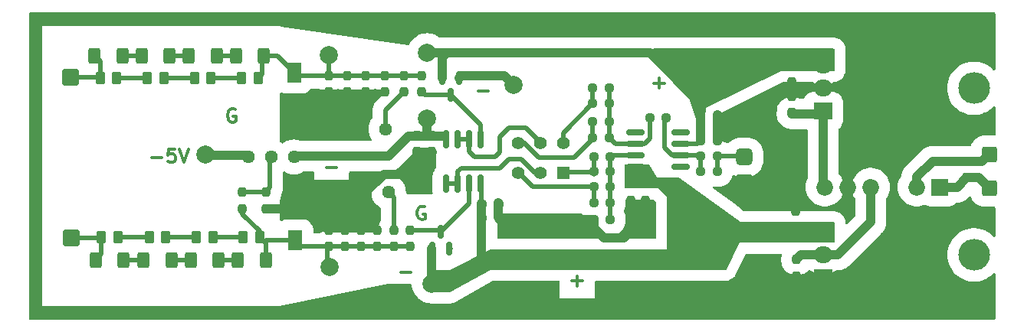
<source format=gbr>
%TF.GenerationSoftware,KiCad,Pcbnew,7.0.10*%
%TF.CreationDate,2024-07-07T01:33:31+02:00*%
%TF.ProjectId,DS100M06V_linear,44533130-304d-4303-9656-5f6c696e6561,rev?*%
%TF.SameCoordinates,Original*%
%TF.FileFunction,Copper,L1,Top*%
%TF.FilePolarity,Positive*%
%FSLAX46Y46*%
G04 Gerber Fmt 4.6, Leading zero omitted, Abs format (unit mm)*
G04 Created by KiCad (PCBNEW 7.0.10) date 2024-07-07 01:33:31*
%MOMM*%
%LPD*%
G01*
G04 APERTURE LIST*
G04 Aperture macros list*
%AMRoundRect*
0 Rectangle with rounded corners*
0 $1 Rounding radius*
0 $2 $3 $4 $5 $6 $7 $8 $9 X,Y pos of 4 corners*
0 Add a 4 corners polygon primitive as box body*
4,1,4,$2,$3,$4,$5,$6,$7,$8,$9,$2,$3,0*
0 Add four circle primitives for the rounded corners*
1,1,$1+$1,$2,$3*
1,1,$1+$1,$4,$5*
1,1,$1+$1,$6,$7*
1,1,$1+$1,$8,$9*
0 Add four rect primitives between the rounded corners*
20,1,$1+$1,$2,$3,$4,$5,0*
20,1,$1+$1,$4,$5,$6,$7,0*
20,1,$1+$1,$6,$7,$8,$9,0*
20,1,$1+$1,$8,$9,$2,$3,0*%
G04 Aperture macros list end*
%ADD10C,0.300000*%
%TA.AperFunction,NonConductor*%
%ADD11C,0.300000*%
%TD*%
%TA.AperFunction,SMDPad,CuDef*%
%ADD12RoundRect,0.237500X0.250000X0.237500X-0.250000X0.237500X-0.250000X-0.237500X0.250000X-0.237500X0*%
%TD*%
%TA.AperFunction,SMDPad,CuDef*%
%ADD13RoundRect,0.237500X-0.237500X0.250000X-0.237500X-0.250000X0.237500X-0.250000X0.237500X0.250000X0*%
%TD*%
%TA.AperFunction,SMDPad,CuDef*%
%ADD14RoundRect,0.250000X0.262500X0.450000X-0.262500X0.450000X-0.262500X-0.450000X0.262500X-0.450000X0*%
%TD*%
%TA.AperFunction,SMDPad,CuDef*%
%ADD15R,1.600000X2.300000*%
%TD*%
%TA.AperFunction,SMDPad,CuDef*%
%ADD16RoundRect,0.150000X-0.825000X-0.150000X0.825000X-0.150000X0.825000X0.150000X-0.825000X0.150000X0*%
%TD*%
%TA.AperFunction,SMDPad,CuDef*%
%ADD17O,3.500000X3.500000*%
%TD*%
%TA.AperFunction,SMDPad,CuDef*%
%ADD18R,2.000000X1.905000*%
%TD*%
%TA.AperFunction,SMDPad,CuDef*%
%ADD19O,2.000000X1.905000*%
%TD*%
%TA.AperFunction,SMDPad,CuDef*%
%ADD20RoundRect,0.237500X0.237500X-0.250000X0.237500X0.250000X-0.237500X0.250000X-0.237500X-0.250000X0*%
%TD*%
%TA.AperFunction,SMDPad,CuDef*%
%ADD21C,1.440000*%
%TD*%
%TA.AperFunction,SMDPad,CuDef*%
%ADD22RoundRect,0.237500X-0.250000X-0.237500X0.250000X-0.237500X0.250000X0.237500X-0.250000X0.237500X0*%
%TD*%
%TA.AperFunction,SMDPad,CuDef*%
%ADD23RoundRect,0.250000X0.600000X-0.600000X0.600000X0.600000X-0.600000X0.600000X-0.600000X-0.600000X0*%
%TD*%
%TA.AperFunction,ComponentPad*%
%ADD24RoundRect,0.250000X-0.675000X-0.675000X0.675000X-0.675000X0.675000X0.675000X-0.675000X0.675000X0*%
%TD*%
%TA.AperFunction,SMDPad,CuDef*%
%ADD25R,1.850000X1.850000*%
%TD*%
%TA.AperFunction,SMDPad,CuDef*%
%ADD26C,1.850000*%
%TD*%
%TA.AperFunction,SMDPad,CuDef*%
%ADD27C,2.000000*%
%TD*%
%TA.AperFunction,SMDPad,CuDef*%
%ADD28RoundRect,0.250000X-0.400000X-0.625000X0.400000X-0.625000X0.400000X0.625000X-0.400000X0.625000X0*%
%TD*%
%TA.AperFunction,SMDPad,CuDef*%
%ADD29RoundRect,0.150000X0.150000X-0.587500X0.150000X0.587500X-0.150000X0.587500X-0.150000X-0.587500X0*%
%TD*%
%TA.AperFunction,SMDPad,CuDef*%
%ADD30RoundRect,0.150000X-0.150000X0.587500X-0.150000X-0.587500X0.150000X-0.587500X0.150000X0.587500X0*%
%TD*%
%TA.AperFunction,SMDPad,CuDef*%
%ADD31RoundRect,0.250000X-0.675000X-0.675000X0.675000X-0.675000X0.675000X0.675000X-0.675000X0.675000X0*%
%TD*%
%TA.AperFunction,SMDPad,CuDef*%
%ADD32R,1.400000X1.400000*%
%TD*%
%TA.AperFunction,SMDPad,CuDef*%
%ADD33C,1.400000*%
%TD*%
%TA.AperFunction,SMDPad,CuDef*%
%ADD34RoundRect,0.462500X-0.462500X-0.462500X0.462500X-0.462500X0.462500X0.462500X-0.462500X0.462500X0*%
%TD*%
%TA.AperFunction,SMDPad,CuDef*%
%ADD35RoundRect,0.150000X0.150000X-0.825000X0.150000X0.825000X-0.150000X0.825000X-0.150000X-0.825000X0*%
%TD*%
%TA.AperFunction,Conductor*%
%ADD36C,0.500000*%
%TD*%
%TA.AperFunction,Conductor*%
%ADD37C,1.000000*%
%TD*%
G04 APERTURE END LIST*
D10*
D11*
X107790225Y-117722257D02*
X107647368Y-117650828D01*
X107647368Y-117650828D02*
X107433082Y-117650828D01*
X107433082Y-117650828D02*
X107218796Y-117722257D01*
X107218796Y-117722257D02*
X107075939Y-117865114D01*
X107075939Y-117865114D02*
X107004510Y-118007971D01*
X107004510Y-118007971D02*
X106933082Y-118293685D01*
X106933082Y-118293685D02*
X106933082Y-118507971D01*
X106933082Y-118507971D02*
X107004510Y-118793685D01*
X107004510Y-118793685D02*
X107075939Y-118936542D01*
X107075939Y-118936542D02*
X107218796Y-119079400D01*
X107218796Y-119079400D02*
X107433082Y-119150828D01*
X107433082Y-119150828D02*
X107575939Y-119150828D01*
X107575939Y-119150828D02*
X107790225Y-119079400D01*
X107790225Y-119079400D02*
X107861653Y-119007971D01*
X107861653Y-119007971D02*
X107861653Y-118507971D01*
X107861653Y-118507971D02*
X107575939Y-118507971D01*
D10*
D11*
X128740225Y-128522257D02*
X128597368Y-128450828D01*
X128597368Y-128450828D02*
X128383082Y-128450828D01*
X128383082Y-128450828D02*
X128168796Y-128522257D01*
X128168796Y-128522257D02*
X128025939Y-128665114D01*
X128025939Y-128665114D02*
X127954510Y-128807971D01*
X127954510Y-128807971D02*
X127883082Y-129093685D01*
X127883082Y-129093685D02*
X127883082Y-129307971D01*
X127883082Y-129307971D02*
X127954510Y-129593685D01*
X127954510Y-129593685D02*
X128025939Y-129736542D01*
X128025939Y-129736542D02*
X128168796Y-129879400D01*
X128168796Y-129879400D02*
X128383082Y-129950828D01*
X128383082Y-129950828D02*
X128525939Y-129950828D01*
X128525939Y-129950828D02*
X128740225Y-129879400D01*
X128740225Y-129879400D02*
X128811653Y-129807971D01*
X128811653Y-129807971D02*
X128811653Y-129307971D01*
X128811653Y-129307971D02*
X128525939Y-129307971D01*
D10*
D11*
X145004510Y-136729400D02*
X146147368Y-136729400D01*
X145575939Y-137300828D02*
X145575939Y-136157971D01*
D10*
D11*
X117854510Y-124179400D02*
X118997368Y-124179400D01*
D10*
D11*
X126054510Y-135729400D02*
X127197368Y-135729400D01*
D10*
D11*
X134604510Y-115729400D02*
X135747368Y-115729400D01*
D10*
D11*
X154054510Y-114829400D02*
X155197368Y-114829400D01*
X154625939Y-115400828D02*
X154625939Y-114257971D01*
D10*
D11*
X98554510Y-123029400D02*
X99697368Y-123029400D01*
X101125939Y-122100828D02*
X100411653Y-122100828D01*
X100411653Y-122100828D02*
X100340225Y-122815114D01*
X100340225Y-122815114D02*
X100411653Y-122743685D01*
X100411653Y-122743685D02*
X100554511Y-122672257D01*
X100554511Y-122672257D02*
X100911653Y-122672257D01*
X100911653Y-122672257D02*
X101054511Y-122743685D01*
X101054511Y-122743685D02*
X101125939Y-122815114D01*
X101125939Y-122815114D02*
X101197368Y-122957971D01*
X101197368Y-122957971D02*
X101197368Y-123315114D01*
X101197368Y-123315114D02*
X101125939Y-123457971D01*
X101125939Y-123457971D02*
X101054511Y-123529400D01*
X101054511Y-123529400D02*
X100911653Y-123600828D01*
X100911653Y-123600828D02*
X100554511Y-123600828D01*
X100554511Y-123600828D02*
X100411653Y-123529400D01*
X100411653Y-123529400D02*
X100340225Y-123457971D01*
X101625939Y-122100828D02*
X102125939Y-123600828D01*
X102125939Y-123600828D02*
X102625939Y-122100828D01*
D12*
%TO.P,R14,1*%
%TO.N,Net-(U4-+)*%
X149212500Y-124600000D03*
%TO.P,R14,2*%
%TO.N,Net-(SW1A-A)*%
X147387500Y-124600000D03*
%TD*%
D13*
%TO.P,R51,1*%
%TO.N,Net-(D2-COM)*%
X127100000Y-131087500D03*
%TO.P,R51,2*%
%TO.N,Net-(C24-Pad2)*%
X127100000Y-132912500D03*
%TD*%
D12*
%TO.P,R13,1*%
%TO.N,Net-(U4--)*%
X149112500Y-119100000D03*
%TO.P,R13,2*%
%TO.N,Net-(SW1B-C)*%
X147287500Y-119100000D03*
%TD*%
D14*
%TO.P,C39,1*%
%TO.N,Net-(C39-Pad1)*%
X94812500Y-131900000D03*
%TO.P,C39,2*%
%TO.N,IN+*%
X92987500Y-131900000D03*
%TD*%
D15*
%TO.P,C16,1*%
%TO.N,0*%
X114300000Y-118350000D03*
%TO.P,C16,2*%
%TO.N,Net-(C12-Pad1)*%
X114300000Y-113650000D03*
%TD*%
D16*
%TO.P,U4,1*%
%TO.N,N/C*%
X152025000Y-120295000D03*
%TO.P,U4,2,-*%
%TO.N,Net-(U4--)*%
X152025000Y-121565000D03*
%TO.P,U4,3,+*%
%TO.N,Net-(U4-+)*%
X152025000Y-122835000D03*
%TO.P,U4,4,V-*%
%TO.N,-5V*%
X152025000Y-124105000D03*
%TO.P,U4,5*%
%TO.N,N/C*%
X156975000Y-124105000D03*
%TO.P,U4,6*%
%TO.N,Net-(R17-Pad2)*%
X156975000Y-122835000D03*
%TO.P,U4,7,V+*%
%TO.N,+5V*%
X156975000Y-121565000D03*
%TO.P,U4,8*%
%TO.N,N/C*%
X156975000Y-120295000D03*
%TD*%
D17*
%TO.P,U3,*%
%TO.N,*%
X189380000Y-115400000D03*
D18*
%TO.P,U3,1,IN*%
%TO.N,Net-(PS1-+Vout)*%
X172720000Y-117940000D03*
D19*
%TO.P,U3,2,GND*%
%TO.N,0*%
X172720000Y-115400000D03*
%TO.P,U3,3,OUT*%
%TO.N,+5V*%
X172720000Y-112860000D03*
%TD*%
D20*
%TO.P,C34,1*%
%TO.N,0*%
X127900000Y-122412500D03*
%TO.P,C34,2*%
%TO.N,+5V*%
X127900000Y-120587500D03*
%TD*%
D21*
%TO.P,RV2,1,1*%
%TO.N,0*%
X119650000Y-126900000D03*
%TO.P,RV2,2,2*%
X122190000Y-126900000D03*
%TO.P,RV2,3,3*%
%TO.N,Net-(R5-Pad1)*%
X124730000Y-126900000D03*
%TD*%
D22*
%TO.P,R35,1*%
%TO.N,Net-(R17-Pad2)*%
X159187500Y-124600000D03*
%TO.P,R35,2*%
%TO.N,Net-(J6-Pin_1)*%
X161012500Y-124600000D03*
%TD*%
D13*
%TO.P,C5,1*%
%TO.N,0*%
X123500000Y-131087500D03*
%TO.P,C5,2*%
%TO.N,Net-(C24-Pad2)*%
X123500000Y-132912500D03*
%TD*%
D23*
%TO.P,J5,1,Pin_1*%
%TO.N,+VBUS*%
X191100000Y-126450000D03*
%TD*%
D12*
%TO.P,R19,1*%
%TO.N,Net-(U4--)*%
X149112500Y-117100000D03*
%TO.P,R19,2*%
%TO.N,Net-(SW1B-A)*%
X147287500Y-117100000D03*
%TD*%
D24*
%TO.P,J3,1,Pin_1*%
%TO.N,IN+*%
X89700000Y-132000000D03*
%TD*%
D13*
%TO.P,C24,1*%
%TO.N,0*%
X121700000Y-131087500D03*
%TO.P,C24,2*%
%TO.N,Net-(C24-Pad2)*%
X121700000Y-132912500D03*
%TD*%
D25*
%TO.P,PS1,1,+Vin*%
%TO.N,+VBUS*%
X185610000Y-126340000D03*
D26*
%TO.P,PS1,2,-Vin*%
%TO.N,Net-(J2-Pin_1)*%
X183070000Y-126340000D03*
%TO.P,PS1,4,-Vout*%
%TO.N,Net-(PS1--Vout)*%
X177990000Y-126340000D03*
%TO.P,PS1,5,0V*%
%TO.N,0*%
X175450000Y-126340000D03*
%TO.P,PS1,6,+Vout*%
%TO.N,Net-(PS1-+Vout)*%
X172910000Y-126340000D03*
%TD*%
D27*
%TO.P,TP4,1,1*%
%TO.N,+5V*%
X129000000Y-118750000D03*
%TD*%
%TO.P,TP2,1,1*%
%TO.N,Net-(C12-Pad1)*%
X118100000Y-111700000D03*
%TD*%
D23*
%TO.P,J2,1,Pin_1*%
%TO.N,Net-(J2-Pin_1)*%
X191100000Y-122700000D03*
%TD*%
D12*
%TO.P,C18,1*%
%TO.N,0*%
X136912500Y-129750000D03*
%TO.P,C18,2*%
%TO.N,-5V*%
X135087500Y-129750000D03*
%TD*%
%TO.P,C37,1*%
%TO.N,0*%
X161012500Y-121200000D03*
%TO.P,C37,2*%
%TO.N,+5V*%
X159187500Y-121200000D03*
%TD*%
D28*
%TO.P,R11,1*%
%TO.N,Net-(R10-Pad2)*%
X107850000Y-111800000D03*
%TO.P,R11,2*%
%TO.N,Net-(C12-Pad1)*%
X110950000Y-111800000D03*
%TD*%
D20*
%TO.P,C4,1*%
%TO.N,Net-(PS1-+Vout)*%
X169300000Y-118112500D03*
%TO.P,C4,2*%
%TO.N,0*%
X169300000Y-116287500D03*
%TD*%
D28*
%TO.P,R8,1*%
%TO.N,IN-*%
X92250000Y-111800000D03*
%TO.P,R8,2*%
%TO.N,Net-(R8-Pad2)*%
X95350000Y-111800000D03*
%TD*%
D13*
%TO.P,C6,1*%
%TO.N,0*%
X119900000Y-131087500D03*
%TO.P,C6,2*%
%TO.N,Net-(C24-Pad2)*%
X119900000Y-132912500D03*
%TD*%
D29*
%TO.P,D2,1,A*%
%TO.N,-5V*%
X129550000Y-133137500D03*
%TO.P,D2,2,K*%
%TO.N,+5V*%
X131450000Y-133137500D03*
%TO.P,D2,3,COM*%
%TO.N,Net-(D2-COM)*%
X130500000Y-131262500D03*
%TD*%
D22*
%TO.P,R21,1*%
%TO.N,Net-(SW1A-C)*%
X147387500Y-126300000D03*
%TO.P,R21,2*%
%TO.N,Net-(U4-+)*%
X149212500Y-126300000D03*
%TD*%
D30*
%TO.P,D3,1,A*%
%TO.N,-5V*%
X132550000Y-114262500D03*
%TO.P,D3,2,K*%
%TO.N,+5V*%
X130650000Y-114262500D03*
%TO.P,D3,3,COM*%
%TO.N,Net-(D3-COM)*%
X131600000Y-116137500D03*
%TD*%
D20*
%TO.P,C15,1*%
%TO.N,0*%
X118100000Y-115812500D03*
%TO.P,C15,2*%
%TO.N,Net-(C12-Pad1)*%
X118100000Y-113987500D03*
%TD*%
%TO.P,C2,1*%
%TO.N,-5V*%
X169700000Y-130825000D03*
%TO.P,C2,2*%
%TO.N,0*%
X169700000Y-129000000D03*
%TD*%
D31*
%TO.P,J7,1,Pin_1*%
%TO.N,0*%
X164000000Y-125900000D03*
%TD*%
D22*
%TO.P,R18,1*%
%TO.N,Net-(U4--)*%
X153587500Y-118700000D03*
%TO.P,R18,2*%
%TO.N,Net-(R17-Pad2)*%
X155412500Y-118700000D03*
%TD*%
D14*
%TO.P,C42,1*%
%TO.N,Net-(C24-Pad2)*%
X110512500Y-131900000D03*
%TO.P,C42,2*%
%TO.N,Net-(C41-Pad1)*%
X108687500Y-131900000D03*
%TD*%
D24*
%TO.P,J4,1,Pin_1*%
%TO.N,IN-*%
X89600000Y-114200000D03*
%TD*%
D27*
%TO.P,TP3,1,1*%
%TO.N,-5V*%
X129500000Y-137000000D03*
%TD*%
D28*
%TO.P,R9,1*%
%TO.N,Net-(R8-Pad2)*%
X97450000Y-111800000D03*
%TO.P,R9,2*%
%TO.N,Net-(R10-Pad1)*%
X100550000Y-111800000D03*
%TD*%
D27*
%TO.P,,1,1*%
%TO.N,+5V*%
X129000000Y-111500000D03*
%TD*%
D13*
%TO.P,C3,1*%
%TO.N,Net-(PS1--Vout)*%
X169800000Y-134337500D03*
%TO.P,C3,2*%
%TO.N,0*%
X169800000Y-136162500D03*
%TD*%
D20*
%TO.P,R12,1*%
%TO.N,Net-(R12-Pad1)*%
X126400000Y-115812500D03*
%TO.P,R12,2*%
%TO.N,Net-(C12-Pad1)*%
X126400000Y-113987500D03*
%TD*%
D12*
%TO.P,C21,1*%
%TO.N,0*%
X161012500Y-119500000D03*
%TO.P,C21,2*%
%TO.N,+5V*%
X159187500Y-119500000D03*
%TD*%
D28*
%TO.P,R1,1*%
%TO.N,Net-(R1-Pad1)*%
X97650000Y-134400000D03*
%TO.P,R1,2*%
%TO.N,Net-(R1-Pad2)*%
X100750000Y-134400000D03*
%TD*%
D22*
%TO.P,R16,1*%
%TO.N,Net-(SW1A-A)*%
X147387500Y-123000000D03*
%TO.P,R16,2*%
%TO.N,Net-(U4-+)*%
X149212500Y-123000000D03*
%TD*%
D14*
%TO.P,C10,1*%
%TO.N,Net-(C10-Pad1)*%
X99912500Y-114300000D03*
%TO.P,C10,2*%
%TO.N,Net-(C10-Pad2)*%
X98087500Y-114300000D03*
%TD*%
D32*
%TO.P,SW1,1,A*%
%TO.N,Net-(SW1A-A)*%
X144007500Y-124750000D03*
D33*
%TO.P,SW1,2,B*%
%TO.N,Net-(SW1A-B)*%
X141507500Y-124750000D03*
%TO.P,SW1,3,C*%
%TO.N,Net-(SW1A-C)*%
X139007500Y-124750000D03*
%TO.P,SW1,4,A*%
%TO.N,Net-(SW1B-A)*%
X144007500Y-121450000D03*
%TO.P,SW1,5,B*%
%TO.N,Net-(SW1B-B)*%
X141507500Y-121450000D03*
%TO.P,SW1,6,C*%
%TO.N,Net-(SW1B-C)*%
X139007500Y-121450000D03*
%TD*%
D20*
%TO.P,C23,1*%
%TO.N,0*%
X124300000Y-115812500D03*
%TO.P,C23,2*%
%TO.N,Net-(C12-Pad1)*%
X124300000Y-113987500D03*
%TD*%
D28*
%TO.P,R2,1*%
%TO.N,Net-(R1-Pad2)*%
X102850000Y-134400000D03*
%TO.P,R2,2*%
%TO.N,Net-(R2-Pad2)*%
X105950000Y-134400000D03*
%TD*%
D21*
%TO.P,RV3,1,1*%
%TO.N,0*%
X119350000Y-119900000D03*
%TO.P,RV3,2,2*%
X121890000Y-119900000D03*
%TO.P,RV3,3,3*%
%TO.N,Net-(R12-Pad1)*%
X124430000Y-119900000D03*
%TD*%
D27*
%TO.P,TP1,1,1*%
%TO.N,Net-(C24-Pad2)*%
X118200000Y-135200000D03*
%TD*%
D20*
%TO.P,C14,1*%
%TO.N,0*%
X120200000Y-115812500D03*
%TO.P,C14,2*%
%TO.N,Net-(C12-Pad1)*%
X120200000Y-113987500D03*
%TD*%
D34*
%TO.P,J6,1,Pin_1*%
%TO.N,Net-(J6-Pin_1)*%
X164000000Y-123000000D03*
%TD*%
D20*
%TO.P,C1,1*%
%TO.N,+VBUS*%
X188550000Y-125312500D03*
%TO.P,C1,2*%
%TO.N,Net-(J2-Pin_1)*%
X188550000Y-123487500D03*
%TD*%
D22*
%TO.P,R20,1*%
%TO.N,Net-(SW1A-C)*%
X147387500Y-128100000D03*
%TO.P,R20,2*%
%TO.N,Net-(U4-+)*%
X149212500Y-128100000D03*
%TD*%
D15*
%TO.P,C8,1*%
%TO.N,Net-(C24-Pad2)*%
X114400000Y-132250000D03*
%TO.P,C8,2*%
%TO.N,0*%
X114400000Y-127550000D03*
%TD*%
D12*
%TO.P,R17,1*%
%TO.N,Net-(J6-Pin_1)*%
X161012500Y-122900000D03*
%TO.P,R17,2*%
%TO.N,Net-(R17-Pad2)*%
X159187500Y-122900000D03*
%TD*%
%TO.P,R6,1*%
%TO.N,Net-(U4--)*%
X149112500Y-115400000D03*
%TO.P,R6,2*%
%TO.N,Net-(SW1B-A)*%
X147287500Y-115400000D03*
%TD*%
D35*
%TO.P,U1,1*%
%TO.N,Net-(SW1A-B)*%
X131095000Y-125975000D03*
%TO.P,U1,2,-*%
X132365000Y-125975000D03*
%TO.P,U1,3,+*%
%TO.N,Net-(D2-COM)*%
X133635000Y-125975000D03*
%TO.P,U1,4,V-*%
%TO.N,-5V*%
X134905000Y-125975000D03*
%TO.P,U1,5,+*%
%TO.N,Net-(D3-COM)*%
X134905000Y-121025000D03*
%TO.P,U1,6,-*%
%TO.N,Net-(SW1B-B)*%
X133635000Y-121025000D03*
%TO.P,U1,7*%
X132365000Y-121025000D03*
%TO.P,U1,8,V+*%
%TO.N,+5V*%
X131095000Y-121025000D03*
%TD*%
D20*
%TO.P,C17,1*%
%TO.N,0*%
X129500000Y-122412500D03*
%TO.P,C17,2*%
%TO.N,+5V*%
X129500000Y-120587500D03*
%TD*%
D13*
%TO.P,C7,1*%
%TO.N,0*%
X118100000Y-131087500D03*
%TO.P,C7,2*%
%TO.N,Net-(C24-Pad2)*%
X118100000Y-132912500D03*
%TD*%
D14*
%TO.P,C41,1*%
%TO.N,Net-(C41-Pad1)*%
X105312500Y-131900000D03*
%TO.P,C41,2*%
%TO.N,Net-(C40-Pad1)*%
X103487500Y-131900000D03*
%TD*%
D20*
%TO.P,R52,1*%
%TO.N,Net-(D3-COM)*%
X128400000Y-115812500D03*
%TO.P,R52,2*%
%TO.N,Net-(C12-Pad1)*%
X128400000Y-113987500D03*
%TD*%
D21*
%TO.P,RV1,1,1*%
%TO.N,-5V*%
X109200000Y-123000000D03*
%TO.P,RV1,2,2*%
%TO.N,Net-(C32-Pad2)*%
X111740000Y-123000000D03*
%TO.P,RV1,3,3*%
%TO.N,+5V*%
X114280000Y-123000000D03*
%TD*%
D28*
%TO.P,R3,1*%
%TO.N,Net-(R2-Pad2)*%
X108050000Y-134400000D03*
%TO.P,R3,2*%
%TO.N,Net-(C24-Pad2)*%
X111150000Y-134400000D03*
%TD*%
D20*
%TO.P,R7,1*%
%TO.N,Net-(C24-Pad2)*%
X108600000Y-128712500D03*
%TO.P,R7,2*%
%TO.N,Net-(C32-Pad2)*%
X108600000Y-126887500D03*
%TD*%
D12*
%TO.P,C35,1*%
%TO.N,0*%
X136912500Y-128250000D03*
%TO.P,C35,2*%
%TO.N,-5V*%
X135087500Y-128250000D03*
%TD*%
D14*
%TO.P,C11,1*%
%TO.N,Net-(C10-Pad2)*%
X94712500Y-114300000D03*
%TO.P,C11,2*%
%TO.N,IN-*%
X92887500Y-114300000D03*
%TD*%
D12*
%TO.P,R15,1*%
%TO.N,Net-(U4--)*%
X149112500Y-120900000D03*
%TO.P,R15,2*%
%TO.N,Net-(SW1B-C)*%
X147287500Y-120900000D03*
%TD*%
D28*
%TO.P,R4,1*%
%TO.N,IN+*%
X92350000Y-134400000D03*
%TO.P,R4,2*%
%TO.N,Net-(R1-Pad1)*%
X95450000Y-134400000D03*
%TD*%
D14*
%TO.P,C12,1*%
%TO.N,Net-(C12-Pad1)*%
X110312500Y-114300000D03*
%TO.P,C12,2*%
%TO.N,Net-(C12-Pad2)*%
X108487500Y-114300000D03*
%TD*%
D20*
%TO.P,C22,1*%
%TO.N,0*%
X153100000Y-127812500D03*
%TO.P,C22,2*%
%TO.N,-5V*%
X153100000Y-125987500D03*
%TD*%
D27*
%TO.P,,1,1*%
%TO.N,-5V*%
X104500000Y-122750000D03*
%TD*%
D28*
%TO.P,R10,1*%
%TO.N,Net-(R10-Pad1)*%
X102650000Y-111800000D03*
%TO.P,R10,2*%
%TO.N,Net-(R10-Pad2)*%
X105750000Y-111800000D03*
%TD*%
D20*
%TO.P,C13,1*%
%TO.N,0*%
X122200000Y-115812500D03*
%TO.P,C13,2*%
%TO.N,Net-(C12-Pad1)*%
X122200000Y-113987500D03*
%TD*%
D12*
%TO.P,R22,1*%
%TO.N,Net-(U4-+)*%
X149212500Y-129900000D03*
%TO.P,R22,2*%
%TO.N,0*%
X147387500Y-129900000D03*
%TD*%
D13*
%TO.P,R5,1*%
%TO.N,Net-(R5-Pad1)*%
X125300000Y-131087500D03*
%TO.P,R5,2*%
%TO.N,Net-(C24-Pad2)*%
X125300000Y-132912500D03*
%TD*%
D20*
%TO.P,C32,1*%
%TO.N,0*%
X111200000Y-128712500D03*
%TO.P,C32,2*%
%TO.N,Net-(C32-Pad2)*%
X111200000Y-126887500D03*
%TD*%
%TO.P,C38,1*%
%TO.N,0*%
X151500000Y-127812500D03*
%TO.P,C38,2*%
%TO.N,-5V*%
X151500000Y-125987500D03*
%TD*%
D14*
%TO.P,C9,1*%
%TO.N,Net-(C12-Pad2)*%
X105112500Y-114300000D03*
%TO.P,C9,2*%
%TO.N,Net-(C10-Pad1)*%
X103287500Y-114300000D03*
%TD*%
D27*
%TO.P,TP4,1,1*%
%TO.N,-5V*%
X138500000Y-115000000D03*
%TD*%
D17*
%TO.P,U5,*%
%TO.N,*%
X189400000Y-133840000D03*
D18*
%TO.P,U5,1,GND*%
%TO.N,0*%
X172740000Y-136380000D03*
D19*
%TO.P,U5,2,VI*%
%TO.N,Net-(PS1--Vout)*%
X172740000Y-133840000D03*
%TO.P,U5,3,VO*%
%TO.N,-5V*%
X172740000Y-131300000D03*
%TD*%
D14*
%TO.P,C40,1*%
%TO.N,Net-(C40-Pad1)*%
X100112500Y-131900000D03*
%TO.P,C40,2*%
%TO.N,Net-(C39-Pad1)*%
X98287500Y-131900000D03*
%TD*%
D13*
%TO.P,C19,1*%
%TO.N,+5V*%
X169300000Y-112887500D03*
%TO.P,C19,2*%
%TO.N,0*%
X169300000Y-114712500D03*
%TD*%
D36*
%TO.N,IN+*%
X92887500Y-132000000D02*
X92987500Y-131900000D01*
X92987500Y-131900000D02*
X92987500Y-133762500D01*
X92987500Y-133762500D02*
X92350000Y-134400000D01*
X90100000Y-132000000D02*
X92887500Y-132000000D01*
D37*
%TO.N,0*%
X148500000Y-132000000D02*
X150750000Y-132000000D01*
X147387500Y-129900000D02*
X147387500Y-130887500D01*
D36*
X119350000Y-119900000D02*
X121890000Y-119900000D01*
X116850000Y-115800000D02*
X117000000Y-115800000D01*
X117000000Y-115800000D02*
X117012500Y-115812500D01*
X136900000Y-129787500D02*
X137012500Y-129900000D01*
D37*
X137012500Y-129900000D02*
X136812500Y-129700000D01*
D36*
X119650000Y-120200000D02*
X119350000Y-119900000D01*
D37*
X119650000Y-126900000D02*
X122190000Y-126900000D01*
D36*
X119650000Y-130837500D02*
X119900000Y-131087500D01*
D37*
X114250000Y-118400000D02*
X114300000Y-118350000D01*
X128050000Y-124900000D02*
X124190000Y-124900000D01*
D36*
X137012500Y-129900000D02*
X137012500Y-129900000D01*
D37*
X113237500Y-128712500D02*
X114400000Y-127550000D01*
D36*
X114300000Y-118350000D02*
X116850000Y-115800000D01*
D37*
X128050000Y-124900000D02*
X128050000Y-122500000D01*
D36*
X123500000Y-131087500D02*
X117937500Y-131087500D01*
D37*
X147387500Y-129900000D02*
X137012500Y-129900000D01*
X128100000Y-122512500D02*
X129600000Y-122512500D01*
X136812500Y-129700000D02*
X136812500Y-128100000D01*
X150750000Y-132000000D02*
X151500000Y-131250000D01*
D36*
X122200000Y-119590000D02*
X121890000Y-119900000D01*
X114400000Y-127000000D02*
X114400000Y-127550000D01*
D37*
X128050000Y-126650000D02*
X128050000Y-124900000D01*
X128100000Y-123700000D02*
X128100000Y-122512500D01*
D36*
X136812500Y-129387500D02*
X136812500Y-129700000D01*
D37*
X111200000Y-128712500D02*
X113237500Y-128712500D01*
X161012500Y-118312500D02*
X161012500Y-121200000D01*
D36*
X161000000Y-118300000D02*
X161012500Y-118312500D01*
D37*
X151500000Y-131250000D02*
X151500000Y-127812500D01*
D36*
X117937500Y-131087500D02*
X114400000Y-127000000D01*
D37*
X119650000Y-126900000D02*
X119650000Y-130837500D01*
X147387500Y-130887500D02*
X148500000Y-132000000D01*
X124190000Y-124900000D02*
X122190000Y-126900000D01*
D36*
X122200000Y-115812500D02*
X122200000Y-119590000D01*
X117012500Y-115812500D02*
X124300000Y-115812500D01*
X161012500Y-119500000D02*
X161012500Y-118312500D01*
%TO.N,IN-*%
X89600000Y-114200000D02*
X92787500Y-114200000D01*
X92887500Y-112437500D02*
X92250000Y-111800000D01*
X92787500Y-114200000D02*
X92887500Y-114300000D01*
X92887500Y-114300000D02*
X92887500Y-112437500D01*
%TO.N,Net-(C10-Pad1)*%
X99912500Y-114300000D02*
X103287500Y-114300000D01*
%TO.N,Net-(C10-Pad2)*%
X94712500Y-114300000D02*
X97887500Y-114300000D01*
X97887500Y-114300000D02*
X98087500Y-114100000D01*
D37*
%TO.N,+5V*%
X124700000Y-122900000D02*
X114140000Y-122900000D01*
D36*
X128100000Y-120687500D02*
X128112500Y-120700000D01*
D37*
X153600000Y-111500000D02*
X159400000Y-117300000D01*
X131150000Y-111500000D02*
X153600000Y-111500000D01*
D36*
X131500000Y-133187500D02*
X131450000Y-133137500D01*
D37*
X131150000Y-111500000D02*
X129000000Y-111500000D01*
X159187500Y-121200000D02*
X159187500Y-118312500D01*
X129000000Y-120700000D02*
X130870000Y-120700000D01*
D36*
X131450000Y-133137500D02*
X131550000Y-133137500D01*
X156975000Y-121565000D02*
X158822500Y-121565000D01*
D37*
X130650000Y-114262500D02*
X130650000Y-112000000D01*
X129000000Y-120700000D02*
X129000000Y-118500000D01*
D36*
X158822500Y-121565000D02*
X159187500Y-121200000D01*
D37*
X126912500Y-120687500D02*
X124700000Y-122900000D01*
D36*
X159200000Y-118300000D02*
X159187500Y-118312500D01*
X159187500Y-118312500D02*
X159112500Y-118312500D01*
D37*
X128100000Y-120687500D02*
X126912500Y-120687500D01*
X130650000Y-112000000D02*
X131150000Y-111500000D01*
X128112500Y-120700000D02*
X129000000Y-120700000D01*
D36*
%TO.N,-5V*%
X134987500Y-128100000D02*
X135012500Y-128125000D01*
D37*
X135012500Y-134262500D02*
X135250000Y-134500000D01*
X135012500Y-129000000D02*
X135012500Y-134262500D01*
D36*
X134987500Y-128100000D02*
X135012500Y-128075000D01*
D37*
X129500000Y-137000000D02*
X129500000Y-133187500D01*
X137500000Y-114000000D02*
X132812500Y-114000000D01*
D36*
X135012500Y-125982500D02*
X135005000Y-125975000D01*
X135012500Y-128075000D02*
X135012500Y-125982500D01*
D37*
X135012500Y-128125000D02*
X135012500Y-129000000D01*
D36*
X129500000Y-133187500D02*
X129550000Y-133137500D01*
D37*
X132812500Y-114000000D02*
X132550000Y-114262500D01*
X104600000Y-122800000D02*
X108960000Y-122800000D01*
X138500000Y-115000000D02*
X137500000Y-114000000D01*
D36*
X152025000Y-125500000D02*
X152025000Y-124105000D01*
D37*
X108960000Y-122800000D02*
X109060000Y-122900000D01*
X135012500Y-129000000D02*
X135012500Y-129800000D01*
D36*
%TO.N,Net-(R1-Pad1)*%
X95450000Y-134400000D02*
X97650000Y-134400000D01*
%TO.N,Net-(C32-Pad2)*%
X111600000Y-126387500D02*
X111600000Y-122910000D01*
X111100000Y-126887500D02*
X111600000Y-126387500D01*
X108600000Y-126887500D02*
X111100000Y-126887500D01*
X111600000Y-122910000D02*
X111590000Y-122900000D01*
%TO.N,Net-(R1-Pad2)*%
X100750000Y-134400000D02*
X102850000Y-134400000D01*
%TO.N,Net-(R5-Pad1)*%
X125300000Y-131087500D02*
X125300000Y-127470000D01*
X125300000Y-127470000D02*
X124730000Y-126900000D01*
%TO.N,Net-(R12-Pad1)*%
X124430000Y-117782500D02*
X126400000Y-115812500D01*
X124430000Y-119900000D02*
X124430000Y-117782500D01*
%TO.N,Net-(R2-Pad2)*%
X105950000Y-134400000D02*
X108050000Y-134400000D01*
%TO.N,Net-(R8-Pad2)*%
X95350000Y-111800000D02*
X97450000Y-111800000D01*
%TO.N,Net-(J6-Pin_1)*%
X161012500Y-124600000D02*
X161012500Y-122900000D01*
X163900000Y-122900000D02*
X164000000Y-123000000D01*
X161012500Y-122900000D02*
X163900000Y-122900000D01*
%TO.N,Net-(R10-Pad1)*%
X100550000Y-111800000D02*
X102650000Y-111800000D01*
%TO.N,Net-(R10-Pad2)*%
X105750000Y-111800000D02*
X107850000Y-111800000D01*
%TO.N,Net-(C12-Pad2)*%
X105112500Y-114300000D02*
X108487500Y-114300000D01*
%TO.N,Net-(C39-Pad1)*%
X94812500Y-131900000D02*
X98287500Y-131900000D01*
%TO.N,Net-(C40-Pad1)*%
X100112500Y-131900000D02*
X103487500Y-131900000D01*
%TO.N,Net-(C41-Pad1)*%
X105312500Y-131900000D02*
X108687500Y-131900000D01*
%TO.N,Net-(U4--)*%
X149777500Y-121565000D02*
X152025000Y-121565000D01*
X153587500Y-120977499D02*
X152999999Y-121565000D01*
X149112500Y-115400000D02*
X149112500Y-120900000D01*
X152999999Y-121565000D02*
X152025000Y-121565000D01*
X149112500Y-120900000D02*
X149777500Y-121565000D01*
X153587500Y-118700000D02*
X153587500Y-120977499D01*
%TO.N,Net-(U4-+)*%
X149212500Y-123000000D02*
X149377500Y-122835000D01*
X149377500Y-122835000D02*
X152025000Y-122835000D01*
X149212500Y-129900000D02*
X149212500Y-128100000D01*
X149212500Y-128100000D02*
X149212500Y-123000000D01*
%TO.N,Net-(R17-Pad2)*%
X159122500Y-122835000D02*
X159187500Y-122900000D01*
X155212500Y-118700000D02*
X155212500Y-122012500D01*
X156975000Y-122835000D02*
X159122500Y-122835000D01*
X156035000Y-122835000D02*
X156975000Y-122835000D01*
X155212500Y-122012500D02*
X156035000Y-122835000D01*
X159187500Y-122900000D02*
X159187500Y-124600000D01*
%TO.N,Net-(SW1B-A)*%
X144007500Y-121350000D02*
X144007500Y-120380000D01*
X144007500Y-120380000D02*
X147287500Y-117100000D01*
X147287500Y-117100000D02*
X147287500Y-115500000D01*
X147287500Y-115500000D02*
X147187500Y-115400000D01*
%TO.N,Net-(SW1B-C)*%
X147287500Y-120900000D02*
X147287500Y-119100000D01*
X139650000Y-121350000D02*
X141350000Y-123050000D01*
X147287500Y-121012500D02*
X147287500Y-120900000D01*
X145250000Y-123050000D02*
X147287500Y-121012500D01*
X141350000Y-123050000D02*
X145250000Y-123050000D01*
X139007500Y-121350000D02*
X139650000Y-121350000D01*
%TO.N,Net-(SW1A-A)*%
X147137500Y-124650000D02*
X147387500Y-124900000D01*
X144007500Y-124650000D02*
X147137500Y-124650000D01*
X147387500Y-124900000D02*
X147387500Y-123300000D01*
%TO.N,Net-(SW1A-C)*%
X147387500Y-126300000D02*
X147387500Y-128200000D01*
X139007500Y-124650000D02*
X140657500Y-126300000D01*
X140657500Y-126300000D02*
X147387500Y-126300000D01*
%TO.N,Net-(SW1A-B)*%
X132365000Y-124635000D02*
X132365000Y-125875000D01*
X141507500Y-124650000D02*
X141407500Y-124750000D01*
X139400000Y-123250000D02*
X138000000Y-123250000D01*
X132365000Y-125975000D02*
X131095000Y-125975000D01*
X138000000Y-123250000D02*
X137000000Y-124250000D01*
X132750000Y-124250000D02*
X132365000Y-124635000D01*
X141407500Y-124750000D02*
X140900000Y-124750000D01*
X140900000Y-124750000D02*
X139400000Y-123250000D01*
X137000000Y-124250000D02*
X132750000Y-124250000D01*
%TO.N,Net-(SW1B-B)*%
X137000000Y-122500000D02*
X137000000Y-120750000D01*
X133635000Y-121025000D02*
X133635000Y-122385000D01*
X134250000Y-123000000D02*
X136500000Y-123000000D01*
X133635000Y-122385000D02*
X134250000Y-123000000D01*
X136500000Y-123000000D02*
X137000000Y-122500000D01*
X139907500Y-119750000D02*
X141507500Y-121350000D01*
X137000000Y-120750000D02*
X138000000Y-119750000D01*
X133635000Y-121025000D02*
X132365000Y-121025000D01*
X138000000Y-119750000D02*
X139907500Y-119750000D01*
%TO.N,Net-(C24-Pad2)*%
X118000000Y-135800000D02*
X118000000Y-133012500D01*
X110512500Y-131900000D02*
X110512500Y-131212500D01*
X110512500Y-131212500D02*
X108600000Y-129300000D01*
X111150000Y-134400000D02*
X111150000Y-132537500D01*
X111150000Y-134400000D02*
X111150000Y-132250000D01*
X108600000Y-129300000D02*
X108600000Y-128712500D01*
X118000000Y-133012500D02*
X118100000Y-132912500D01*
X118100000Y-132912500D02*
X115062500Y-132912500D01*
X118100000Y-132912500D02*
X127100000Y-132912500D01*
X115062500Y-132912500D02*
X114400000Y-132250000D01*
X111150000Y-132250000D02*
X114400000Y-132250000D01*
X111150000Y-132537500D02*
X110512500Y-131900000D01*
%TO.N,Net-(C12-Pad1)*%
X112450000Y-111800000D02*
X114300000Y-113650000D01*
X118100000Y-111700000D02*
X118100000Y-113987500D01*
X110950000Y-111800000D02*
X112450000Y-111800000D01*
X114300000Y-113650000D02*
X114650000Y-114000000D01*
X114650000Y-114000000D02*
X128387500Y-114000000D01*
X128387500Y-114000000D02*
X128400000Y-113987500D01*
X110800000Y-113812500D02*
X110800000Y-111950000D01*
X110800000Y-111950000D02*
X110950000Y-111800000D01*
X110312500Y-114300000D02*
X110800000Y-113812500D01*
%TO.N,Net-(D2-COM)*%
X133635000Y-128127500D02*
X130500000Y-131262500D01*
X127100000Y-131087500D02*
X130325000Y-131087500D01*
X130325000Y-131087500D02*
X130500000Y-131262500D01*
X133635000Y-125975000D02*
X133635000Y-128127500D01*
%TO.N,Net-(D3-COM)*%
X134905000Y-119442500D02*
X134905000Y-121025000D01*
X128687500Y-116100000D02*
X131562500Y-116100000D01*
X131600000Y-116137500D02*
X134905000Y-119442500D01*
X131562500Y-116100000D02*
X131600000Y-116137500D01*
X128400000Y-115812500D02*
X128687500Y-116100000D01*
D37*
%TO.N,+VBUS*%
X189962500Y-125312500D02*
X191100000Y-126450000D01*
X188550000Y-125312500D02*
X189962500Y-125312500D01*
X185610000Y-126340000D02*
X187522500Y-126340000D01*
X187522500Y-126340000D02*
X188550000Y-125312500D01*
%TO.N,Net-(PS1--Vout)*%
X177990000Y-130210000D02*
X174360000Y-133840000D01*
X169800000Y-134337500D02*
X170297500Y-133840000D01*
X174360000Y-133840000D02*
X172740000Y-133840000D01*
X170297500Y-133840000D02*
X172740000Y-133840000D01*
X177990000Y-126340000D02*
X177990000Y-130210000D01*
%TO.N,Net-(PS1-+Vout)*%
X169300000Y-118212500D02*
X172447500Y-118212500D01*
X172720000Y-126150000D02*
X172910000Y-126340000D01*
X172447500Y-118212500D02*
X172720000Y-117940000D01*
X172720000Y-117940000D02*
X172720000Y-126150000D01*
%TO.N,Net-(J2-Pin_1)*%
X183070000Y-125230000D02*
X184812500Y-123487500D01*
X188012500Y-123500000D02*
X190300000Y-123500000D01*
X184812500Y-123487500D02*
X188000000Y-123487500D01*
X183070000Y-126340000D02*
X183070000Y-125230000D01*
X188000000Y-123487500D02*
X188550000Y-123487500D01*
X188000000Y-123487500D02*
X188012500Y-123500000D01*
X190300000Y-123500000D02*
X191100000Y-122700000D01*
%TD*%
%TA.AperFunction,Conductor*%
%TO.N,0*%
G36*
X154016343Y-127725185D02*
G01*
X154036985Y-127741819D01*
X154258181Y-127963015D01*
X154291666Y-128024338D01*
X154294500Y-128050696D01*
X154294500Y-131920500D01*
X154274815Y-131987539D01*
X154222011Y-132033294D01*
X154170500Y-132044500D01*
X136837000Y-132044500D01*
X136769961Y-132024815D01*
X136724206Y-131972011D01*
X136713000Y-131920500D01*
X136713000Y-130441628D01*
X136719999Y-130404448D01*
X136718976Y-130404144D01*
X136720439Y-130399227D01*
X136720442Y-130399220D01*
X136769347Y-130165980D01*
X136775500Y-130066875D01*
X136775499Y-129433126D01*
X136772306Y-129381681D01*
X136787800Y-129313551D01*
X136837668Y-129264613D01*
X136896068Y-129250000D01*
X145968415Y-129250000D01*
X146035454Y-129269685D01*
X146063036Y-129293857D01*
X146098146Y-129335312D01*
X146117199Y-129357807D01*
X146299042Y-129511821D01*
X146299046Y-129511823D01*
X146299048Y-129511825D01*
X146503771Y-129633814D01*
X146503774Y-129633815D01*
X146725768Y-129720438D01*
X146725775Y-129720440D01*
X146725780Y-129720442D01*
X146959020Y-129769347D01*
X147058125Y-129775500D01*
X147400500Y-129775499D01*
X147467539Y-129795183D01*
X147513294Y-129847987D01*
X147524500Y-129899499D01*
X147524500Y-130216861D01*
X147524501Y-130216884D01*
X147530652Y-130315980D01*
X147579558Y-130549221D01*
X147579561Y-130549231D01*
X147666184Y-130771225D01*
X147666186Y-130771229D01*
X147762833Y-130933422D01*
X147788178Y-130975957D01*
X147942195Y-131157804D01*
X148124042Y-131311821D01*
X148124046Y-131311823D01*
X148124048Y-131311825D01*
X148328771Y-131433814D01*
X148328774Y-131433815D01*
X148550768Y-131520438D01*
X148550775Y-131520440D01*
X148550780Y-131520442D01*
X148784020Y-131569347D01*
X148883125Y-131575500D01*
X149541874Y-131575499D01*
X149640980Y-131569347D01*
X149874220Y-131520442D01*
X149874227Y-131520438D01*
X149874231Y-131520438D01*
X149957044Y-131488124D01*
X150096229Y-131433814D01*
X150300952Y-131311825D01*
X150396792Y-131230653D01*
X150482804Y-131157804D01*
X150636821Y-130975957D01*
X150636821Y-130975956D01*
X150636825Y-130975952D01*
X150758814Y-130771229D01*
X150829674Y-130589630D01*
X150845438Y-130549231D01*
X150845438Y-130549227D01*
X150845442Y-130549220D01*
X150894347Y-130315980D01*
X150900500Y-130216875D01*
X150900499Y-129583126D01*
X150894347Y-129484020D01*
X150894144Y-129483054D01*
X150860899Y-129324500D01*
X150845442Y-129250780D01*
X150845440Y-129250775D01*
X150845438Y-129250768D01*
X150765176Y-129045075D01*
X150759144Y-128975466D01*
X150765176Y-128954925D01*
X150845438Y-128749231D01*
X150845438Y-128749227D01*
X150845442Y-128749220D01*
X150894347Y-128515980D01*
X150900500Y-128416875D01*
X150900499Y-127829499D01*
X150920183Y-127762461D01*
X150972987Y-127716706D01*
X151024499Y-127705500D01*
X153949304Y-127705500D01*
X154016343Y-127725185D01*
G37*
%TD.AperFunction*%
%TA.AperFunction,Conductor*%
G36*
X127910425Y-122389453D02*
G01*
X127916862Y-122390447D01*
X127981945Y-122400500D01*
X128869445Y-122400500D01*
X128895040Y-122400500D01*
X128909260Y-122401317D01*
X128934675Y-122404252D01*
X129030188Y-122400591D01*
X129034937Y-122400500D01*
X129632593Y-122400500D01*
X129699632Y-122420185D01*
X129744974Y-122472093D01*
X129770965Y-122527830D01*
X129770966Y-122527832D01*
X129770967Y-122527833D01*
X129770967Y-122527834D01*
X129906501Y-122721395D01*
X129906506Y-122721402D01*
X129963681Y-122778577D01*
X129997166Y-122839900D01*
X130000000Y-122866258D01*
X130000000Y-124133742D01*
X129980315Y-124200781D01*
X129963681Y-124221423D01*
X129906506Y-124278597D01*
X129906501Y-124278604D01*
X129770967Y-124472165D01*
X129770965Y-124472169D01*
X129671098Y-124686335D01*
X129671094Y-124686344D01*
X129609938Y-124914586D01*
X129609936Y-124914596D01*
X129594500Y-125091032D01*
X129594500Y-126858967D01*
X129603384Y-126960508D01*
X129589618Y-127029008D01*
X129541002Y-127079191D01*
X129479856Y-127095316D01*
X126797916Y-127095316D01*
X126730877Y-127075631D01*
X126685122Y-127022827D01*
X126677710Y-127001755D01*
X126676610Y-126997409D01*
X126664702Y-126970262D01*
X126654575Y-126911606D01*
X126655406Y-126900000D01*
X126635808Y-126625986D01*
X126577414Y-126357550D01*
X126481411Y-126100157D01*
X126481409Y-126100154D01*
X126481408Y-126100150D01*
X126349758Y-125859052D01*
X126349753Y-125859044D01*
X126185131Y-125639134D01*
X126185115Y-125639116D01*
X125990883Y-125444884D01*
X125990865Y-125444868D01*
X125770955Y-125280246D01*
X125770947Y-125280241D01*
X125529848Y-125148591D01*
X125529849Y-125148591D01*
X125467939Y-125125500D01*
X125272450Y-125052586D01*
X125272443Y-125052584D01*
X125272442Y-125052584D01*
X125004021Y-124994193D01*
X125004014Y-124994192D01*
X124730001Y-124974594D01*
X124729999Y-124974594D01*
X124455985Y-124994192D01*
X124455978Y-124994193D01*
X124187557Y-125052584D01*
X124187553Y-125052585D01*
X124187550Y-125052586D01*
X124058853Y-125100587D01*
X123930150Y-125148591D01*
X123689052Y-125280241D01*
X123689044Y-125280246D01*
X123469134Y-125444868D01*
X123469116Y-125444884D01*
X123274884Y-125639116D01*
X123274868Y-125639134D01*
X123110246Y-125859044D01*
X123110241Y-125859052D01*
X122978591Y-126100150D01*
X122966035Y-126133815D01*
X122882586Y-126357550D01*
X122882585Y-126357553D01*
X122882584Y-126357557D01*
X122824193Y-126625978D01*
X122824192Y-126625985D01*
X122804594Y-126899998D01*
X122804594Y-126900001D01*
X122824192Y-127174014D01*
X122824193Y-127174021D01*
X122855074Y-127315978D01*
X122882586Y-127442450D01*
X122947575Y-127616691D01*
X122978591Y-127699849D01*
X123110241Y-127940947D01*
X123110246Y-127940955D01*
X123274868Y-128160865D01*
X123274884Y-128160883D01*
X123469116Y-128355115D01*
X123469134Y-128355131D01*
X123689042Y-128519752D01*
X123689045Y-128519754D01*
X123689047Y-128519755D01*
X123784928Y-128572109D01*
X123834332Y-128621512D01*
X123849500Y-128680940D01*
X123849500Y-130029808D01*
X123832023Y-130093281D01*
X123766185Y-130203771D01*
X123766185Y-130203772D01*
X123679561Y-130425768D01*
X123679558Y-130425778D01*
X123630653Y-130659017D01*
X123630652Y-130659021D01*
X123624500Y-130758118D01*
X123624500Y-131100500D01*
X123604815Y-131167539D01*
X123552011Y-131213294D01*
X123500500Y-131224500D01*
X123183138Y-131224500D01*
X123183115Y-131224501D01*
X123084019Y-131230652D01*
X122850778Y-131279558D01*
X122850768Y-131279561D01*
X122645075Y-131359824D01*
X122575466Y-131365856D01*
X122554925Y-131359824D01*
X122349231Y-131279561D01*
X122349221Y-131279558D01*
X122115982Y-131230653D01*
X122115978Y-131230652D01*
X122034252Y-131225578D01*
X122016875Y-131224500D01*
X122016872Y-131224500D01*
X121383138Y-131224500D01*
X121383115Y-131224501D01*
X121284019Y-131230652D01*
X121050778Y-131279558D01*
X121050768Y-131279561D01*
X120845075Y-131359824D01*
X120775466Y-131365856D01*
X120754925Y-131359824D01*
X120549231Y-131279561D01*
X120549221Y-131279558D01*
X120315982Y-131230653D01*
X120315978Y-131230652D01*
X120234252Y-131225578D01*
X120216875Y-131224500D01*
X120216872Y-131224500D01*
X119583138Y-131224500D01*
X119583115Y-131224501D01*
X119484019Y-131230652D01*
X119250778Y-131279558D01*
X119250768Y-131279561D01*
X119045075Y-131359824D01*
X118975466Y-131365856D01*
X118954925Y-131359824D01*
X118749231Y-131279561D01*
X118749221Y-131279558D01*
X118515982Y-131230653D01*
X118515978Y-131230652D01*
X118434252Y-131225578D01*
X118416875Y-131224500D01*
X118416872Y-131224500D01*
X117783138Y-131224500D01*
X117783115Y-131224501D01*
X117684019Y-131230652D01*
X117450778Y-131279558D01*
X117450768Y-131279561D01*
X117228774Y-131366184D01*
X117097305Y-131444523D01*
X117033831Y-131462000D01*
X116524500Y-131462000D01*
X116457461Y-131442315D01*
X116411706Y-131389511D01*
X116400500Y-131338000D01*
X116400500Y-131025904D01*
X116394081Y-130933438D01*
X116394081Y-130933433D01*
X116394079Y-130933427D01*
X116394079Y-130933422D01*
X116343145Y-130716864D01*
X116343144Y-130716861D01*
X116343143Y-130716857D01*
X116253277Y-130513329D01*
X116127542Y-130329779D01*
X116127537Y-130329773D01*
X115970226Y-130172462D01*
X115970220Y-130172457D01*
X115786668Y-130046721D01*
X115583151Y-129956860D01*
X115583135Y-129956854D01*
X115366577Y-129905920D01*
X115366561Y-129905918D01*
X115274096Y-129899500D01*
X115274092Y-129899500D01*
X113525908Y-129899500D01*
X113525904Y-129899500D01*
X113433438Y-129905918D01*
X113433422Y-129905920D01*
X113216864Y-129956854D01*
X113216848Y-129956860D01*
X113013328Y-130046722D01*
X113013327Y-130046723D01*
X112944076Y-130094161D01*
X112877644Y-130115807D01*
X112810055Y-130098102D01*
X112762768Y-130046665D01*
X112750000Y-129991861D01*
X112750000Y-127753082D01*
X112758483Y-127708007D01*
X112820438Y-127549231D01*
X112820438Y-127549227D01*
X112820442Y-127549220D01*
X112869347Y-127315980D01*
X112875500Y-127216875D01*
X112875499Y-127116598D01*
X112885937Y-127066802D01*
X112889062Y-127059676D01*
X112896091Y-127046021D01*
X112907583Y-127026738D01*
X112939458Y-126945046D01*
X112941383Y-126940396D01*
X112976610Y-126860091D01*
X112982120Y-126838329D01*
X112986803Y-126823709D01*
X112994964Y-126802799D01*
X113012964Y-126716944D01*
X113014092Y-126712069D01*
X113035620Y-126627063D01*
X113037473Y-126604691D01*
X113039686Y-126589503D01*
X113044294Y-126567531D01*
X113047916Y-126479930D01*
X113048232Y-126474853D01*
X113050500Y-126447490D01*
X113050500Y-126420047D01*
X113050606Y-126414923D01*
X113054228Y-126327353D01*
X113051452Y-126305081D01*
X113050500Y-126289745D01*
X113050500Y-124725672D01*
X113070185Y-124658633D01*
X113122989Y-124612878D01*
X113192147Y-124602934D01*
X113234546Y-124618756D01*
X113235160Y-124617633D01*
X113480151Y-124751408D01*
X113480150Y-124751408D01*
X113480154Y-124751409D01*
X113480157Y-124751411D01*
X113737550Y-124847414D01*
X114005986Y-124905808D01*
X114260401Y-124924004D01*
X114279999Y-124925406D01*
X114280000Y-124925406D01*
X114280001Y-124925406D01*
X114298290Y-124924097D01*
X114554014Y-124905808D01*
X114822450Y-124847414D01*
X115079843Y-124751411D01*
X115079847Y-124751408D01*
X115079849Y-124751408D01*
X115324840Y-124617633D01*
X115325412Y-124618681D01*
X115387313Y-124600500D01*
X116374719Y-124600500D01*
X116441758Y-124620185D01*
X116487513Y-124672989D01*
X116498719Y-124724500D01*
X116498719Y-125529900D01*
X120353159Y-125529900D01*
X120353159Y-124724500D01*
X120372844Y-124657461D01*
X120425648Y-124611706D01*
X120477159Y-124600500D01*
X124577490Y-124600500D01*
X124594065Y-124601613D01*
X124594788Y-124601710D01*
X124602042Y-124602689D01*
X124715089Y-124600523D01*
X124717464Y-124600500D01*
X124765183Y-124600500D01*
X124765184Y-124600499D01*
X124773806Y-124599836D01*
X124777883Y-124599524D01*
X124784995Y-124599182D01*
X124863104Y-124597687D01*
X124905598Y-124590287D01*
X124917354Y-124588816D01*
X124960344Y-124585516D01*
X125036416Y-124567713D01*
X125043366Y-124566296D01*
X125120343Y-124552893D01*
X125161216Y-124539090D01*
X125172583Y-124535849D01*
X125214586Y-124526021D01*
X125287050Y-124496814D01*
X125293670Y-124494364D01*
X125367729Y-124469357D01*
X125406004Y-124449483D01*
X125416761Y-124444536D01*
X125456766Y-124428414D01*
X125523954Y-124388469D01*
X125530120Y-124385040D01*
X125599465Y-124349036D01*
X125634256Y-124323554D01*
X125644141Y-124317018D01*
X125681208Y-124294982D01*
X125741491Y-124245265D01*
X125747074Y-124240924D01*
X125810119Y-124194751D01*
X125840617Y-124164251D01*
X125849382Y-124156288D01*
X125882652Y-124128852D01*
X125934641Y-124070514D01*
X125939498Y-124065370D01*
X127580552Y-122424319D01*
X127641875Y-122390834D01*
X127668233Y-122388000D01*
X127891497Y-122388000D01*
X127910425Y-122389453D01*
G37*
%TD.AperFunction*%
%TA.AperFunction,Conductor*%
G36*
X117118282Y-115467976D02*
G01*
X117228771Y-115533814D01*
X117228774Y-115533815D01*
X117450768Y-115620438D01*
X117450775Y-115620440D01*
X117450780Y-115620442D01*
X117684020Y-115669347D01*
X117783125Y-115675500D01*
X118416874Y-115675499D01*
X118515980Y-115669347D01*
X118749220Y-115620442D01*
X118749227Y-115620438D01*
X118749231Y-115620438D01*
X118876562Y-115570753D01*
X118971229Y-115533814D01*
X119081717Y-115467976D01*
X119145191Y-115450500D01*
X119154809Y-115450500D01*
X119218282Y-115467976D01*
X119328771Y-115533814D01*
X119328774Y-115533815D01*
X119550768Y-115620438D01*
X119550775Y-115620440D01*
X119550780Y-115620442D01*
X119784020Y-115669347D01*
X119883125Y-115675500D01*
X120516874Y-115675499D01*
X120615980Y-115669347D01*
X120849220Y-115620442D01*
X120849227Y-115620438D01*
X120849231Y-115620438D01*
X121071226Y-115533815D01*
X121071225Y-115533815D01*
X121071229Y-115533814D01*
X121136526Y-115494904D01*
X121204192Y-115477498D01*
X121263473Y-115494904D01*
X121328771Y-115533814D01*
X121328773Y-115533815D01*
X121550768Y-115620438D01*
X121550775Y-115620440D01*
X121550780Y-115620442D01*
X121784020Y-115669347D01*
X121883125Y-115675500D01*
X122516874Y-115675499D01*
X122615980Y-115669347D01*
X122849220Y-115620442D01*
X122849227Y-115620438D01*
X122849231Y-115620438D01*
X122976562Y-115570753D01*
X123071229Y-115533814D01*
X123181717Y-115467976D01*
X123245191Y-115450500D01*
X123254809Y-115450500D01*
X123318282Y-115467976D01*
X123428771Y-115533814D01*
X123428774Y-115533815D01*
X123650768Y-115620438D01*
X123650775Y-115620440D01*
X123650780Y-115620442D01*
X123884020Y-115669347D01*
X123983125Y-115675500D01*
X124186321Y-115675499D01*
X124253359Y-115695183D01*
X124299114Y-115747987D01*
X124309058Y-115817145D01*
X124280033Y-115880701D01*
X124274001Y-115887180D01*
X123473465Y-116687716D01*
X123461953Y-116697883D01*
X123444241Y-116711670D01*
X123444236Y-116711674D01*
X123384866Y-116776166D01*
X123381323Y-116779858D01*
X123361925Y-116799257D01*
X123361919Y-116799264D01*
X123344185Y-116820201D01*
X123340797Y-116824037D01*
X123281430Y-116888528D01*
X123281426Y-116888534D01*
X123269148Y-116907325D01*
X123259971Y-116919633D01*
X123245465Y-116936761D01*
X123200611Y-117012036D01*
X123197898Y-117016382D01*
X123149954Y-117089766D01*
X123149948Y-117089777D01*
X123140935Y-117110324D01*
X123133906Y-117123980D01*
X123122417Y-117143261D01*
X123122415Y-117143266D01*
X123090556Y-117224912D01*
X123088596Y-117229644D01*
X123053390Y-117309908D01*
X123047882Y-117331659D01*
X123043196Y-117346287D01*
X123035036Y-117367201D01*
X123026577Y-117407546D01*
X123017047Y-117452992D01*
X123015892Y-117457983D01*
X122994380Y-117542933D01*
X122994378Y-117542945D01*
X122992526Y-117565299D01*
X122990311Y-117580501D01*
X122985706Y-117602464D01*
X122982083Y-117690042D01*
X122981766Y-117695150D01*
X122979500Y-117722509D01*
X122979500Y-117749951D01*
X122979394Y-117755075D01*
X122975771Y-117842645D01*
X122978548Y-117864917D01*
X122979500Y-117880254D01*
X122979500Y-118591677D01*
X122959815Y-118658716D01*
X122954767Y-118665987D01*
X122810246Y-118859044D01*
X122810241Y-118859052D01*
X122678591Y-119100150D01*
X122640994Y-119200952D01*
X122582586Y-119357550D01*
X122582585Y-119357553D01*
X122582584Y-119357557D01*
X122524193Y-119625978D01*
X122524192Y-119625985D01*
X122504594Y-119899998D01*
X122504594Y-119900001D01*
X122524192Y-120174014D01*
X122524193Y-120174021D01*
X122582584Y-120442442D01*
X122582586Y-120442450D01*
X122638567Y-120592539D01*
X122678591Y-120699849D01*
X122810241Y-120940947D01*
X122810242Y-120940948D01*
X122810245Y-120940953D01*
X122855338Y-121001191D01*
X122879755Y-121066653D01*
X122864903Y-121134926D01*
X122815498Y-121184332D01*
X122756071Y-121199500D01*
X114970604Y-121199500D01*
X114927271Y-121191682D01*
X114822445Y-121152584D01*
X114554021Y-121094193D01*
X114554014Y-121094192D01*
X114280001Y-121074594D01*
X114279999Y-121074594D01*
X114005985Y-121094192D01*
X114005978Y-121094193D01*
X113737557Y-121152584D01*
X113737553Y-121152585D01*
X113737550Y-121152586D01*
X113632730Y-121191682D01*
X113480150Y-121248591D01*
X113239052Y-121380241D01*
X113239044Y-121380246D01*
X113084310Y-121496079D01*
X113018846Y-121520496D01*
X112950573Y-121505644D01*
X112935690Y-121496079D01*
X112799690Y-121394271D01*
X112757818Y-121338338D01*
X112750000Y-121295004D01*
X112750000Y-115971461D01*
X112769685Y-115904422D01*
X112822489Y-115858667D01*
X112891647Y-115848723D01*
X112924086Y-115858027D01*
X113096655Y-115934223D01*
X113116857Y-115943143D01*
X113116861Y-115943144D01*
X113116864Y-115943145D01*
X113333422Y-115994079D01*
X113333427Y-115994079D01*
X113333433Y-115994081D01*
X113384808Y-115997647D01*
X113425904Y-116000500D01*
X113425908Y-116000500D01*
X115174096Y-116000500D01*
X115211082Y-115997932D01*
X115266567Y-115994081D01*
X115266573Y-115994079D01*
X115266577Y-115994079D01*
X115483135Y-115943145D01*
X115483135Y-115943144D01*
X115483143Y-115943143D01*
X115686671Y-115853277D01*
X115870221Y-115727542D01*
X116027542Y-115570221D01*
X116072615Y-115504423D01*
X116126742Y-115460240D01*
X116174915Y-115450500D01*
X117054809Y-115450500D01*
X117118282Y-115467976D01*
G37*
%TD.AperFunction*%
%TA.AperFunction,Conductor*%
G36*
X191693039Y-107019685D02*
G01*
X191738794Y-107072489D01*
X191750000Y-107124000D01*
X191750000Y-113300421D01*
X191730315Y-113367460D01*
X191677511Y-113413215D01*
X191608353Y-113423159D01*
X191544797Y-113394134D01*
X191535806Y-113385515D01*
X191478241Y-113324500D01*
X191408187Y-113250247D01*
X191408180Y-113250241D01*
X191408178Y-113250239D01*
X191144906Y-113029327D01*
X191001326Y-112934893D01*
X190857750Y-112840462D01*
X190855956Y-112839561D01*
X190550621Y-112686214D01*
X190550615Y-112686212D01*
X190227648Y-112568662D01*
X190227645Y-112568661D01*
X189893218Y-112489401D01*
X189850545Y-112484413D01*
X189551847Y-112449500D01*
X189208153Y-112449500D01*
X188909454Y-112484413D01*
X188866782Y-112489401D01*
X188866780Y-112489401D01*
X188532354Y-112568661D01*
X188532351Y-112568662D01*
X188209384Y-112686212D01*
X188209378Y-112686214D01*
X187902253Y-112840460D01*
X187615093Y-113029327D01*
X187351821Y-113250239D01*
X187351811Y-113250249D01*
X187115957Y-113500238D01*
X187115952Y-113500244D01*
X186910716Y-113775924D01*
X186738871Y-114073569D01*
X186738865Y-114073582D01*
X186602737Y-114389159D01*
X186504166Y-114718411D01*
X186504163Y-114718424D01*
X186444485Y-115056875D01*
X186444484Y-115056886D01*
X186424500Y-115399996D01*
X186424500Y-115400003D01*
X186444484Y-115743113D01*
X186444485Y-115743124D01*
X186504163Y-116081575D01*
X186504166Y-116081588D01*
X186602737Y-116410840D01*
X186738865Y-116726417D01*
X186738871Y-116726430D01*
X186910716Y-117024075D01*
X187115952Y-117299755D01*
X187115957Y-117299761D01*
X187171671Y-117358814D01*
X187351813Y-117549753D01*
X187351819Y-117549758D01*
X187351821Y-117549760D01*
X187615093Y-117770672D01*
X187634027Y-117783125D01*
X187902250Y-117959538D01*
X187925523Y-117971226D01*
X188209378Y-118113785D01*
X188209384Y-118113787D01*
X188209386Y-118113788D01*
X188532353Y-118231338D01*
X188866783Y-118310599D01*
X189208153Y-118350500D01*
X189208160Y-118350500D01*
X189551840Y-118350500D01*
X189551847Y-118350500D01*
X189893217Y-118310599D01*
X190227647Y-118231338D01*
X190550614Y-118113788D01*
X190550617Y-118113786D01*
X190550621Y-118113785D01*
X190676097Y-118050768D01*
X190857750Y-117959538D01*
X191144902Y-117770675D01*
X191163494Y-117755075D01*
X191296167Y-117643749D01*
X191408187Y-117549753D01*
X191535807Y-117414483D01*
X191596129Y-117379230D01*
X191665936Y-117382185D01*
X191723064Y-117422412D01*
X191749374Y-117487138D01*
X191750000Y-117499578D01*
X191750000Y-120525500D01*
X191730315Y-120592539D01*
X191677511Y-120638294D01*
X191626000Y-120649500D01*
X190419944Y-120649500D01*
X190419921Y-120649501D01*
X190319968Y-120655706D01*
X190084699Y-120705037D01*
X190084689Y-120705040D01*
X189860765Y-120792416D01*
X189654254Y-120915470D01*
X189470826Y-121070826D01*
X189315470Y-121254254D01*
X189192416Y-121460765D01*
X189105040Y-121684689D01*
X189105038Y-121684697D01*
X189105037Y-121684700D01*
X189105037Y-121684701D01*
X189101629Y-121700950D01*
X189068607Y-121762521D01*
X189007537Y-121796465D01*
X188980270Y-121799500D01*
X188771003Y-121799500D01*
X188752075Y-121798047D01*
X188736454Y-121795634D01*
X188680555Y-121787000D01*
X188680552Y-121787000D01*
X188087441Y-121787000D01*
X188075584Y-121786432D01*
X188058710Y-121784811D01*
X188032668Y-121782309D01*
X188032666Y-121782309D01*
X188032665Y-121782309D01*
X187954692Y-121786795D01*
X187947570Y-121787000D01*
X184935010Y-121787000D01*
X184918435Y-121785887D01*
X184910458Y-121784811D01*
X184797411Y-121786977D01*
X184795036Y-121787000D01*
X184747311Y-121787000D01*
X184734615Y-121787975D01*
X184727502Y-121788316D01*
X184649403Y-121789812D01*
X184649396Y-121789813D01*
X184606916Y-121797209D01*
X184595145Y-121798682D01*
X184552156Y-121801984D01*
X184476070Y-121819787D01*
X184469094Y-121821209D01*
X184392162Y-121834606D01*
X184392151Y-121834609D01*
X184351313Y-121848399D01*
X184339899Y-121851654D01*
X184297919Y-121861477D01*
X184297913Y-121861479D01*
X184225452Y-121890682D01*
X184218775Y-121893152D01*
X184144771Y-121918142D01*
X184106499Y-121938012D01*
X184095722Y-121942967D01*
X184055742Y-121959081D01*
X184055736Y-121959085D01*
X183988581Y-121999008D01*
X183982357Y-122002469D01*
X183913039Y-122038461D01*
X183913030Y-122038466D01*
X183878249Y-122063939D01*
X183868354Y-122070482D01*
X183831299Y-122092512D01*
X183831291Y-122092518D01*
X183771025Y-122142219D01*
X183765403Y-122146590D01*
X183702378Y-122192751D01*
X183671887Y-122223241D01*
X183663105Y-122231220D01*
X183629848Y-122258648D01*
X183629844Y-122258652D01*
X183577874Y-122316965D01*
X183572984Y-122322144D01*
X181954196Y-123940932D01*
X181941696Y-123951860D01*
X181935294Y-123956740D01*
X181935281Y-123956751D01*
X181856883Y-124038212D01*
X181855224Y-124039904D01*
X181821473Y-124073657D01*
X181813189Y-124083318D01*
X181808407Y-124088582D01*
X181754223Y-124144884D01*
X181729415Y-124180153D01*
X181722130Y-124189521D01*
X181694077Y-124222240D01*
X181694065Y-124222257D01*
X181652863Y-124288631D01*
X181648935Y-124294571D01*
X181604002Y-124358453D01*
X181604000Y-124358457D01*
X181584866Y-124397099D01*
X181579097Y-124407469D01*
X181556365Y-124444090D01*
X181556362Y-124444096D01*
X181556362Y-124444097D01*
X181544418Y-124472169D01*
X181525782Y-124515968D01*
X181522806Y-124522440D01*
X181488141Y-124592451D01*
X181488140Y-124592454D01*
X181475132Y-124633559D01*
X181471012Y-124644694D01*
X181454134Y-124684360D01*
X181454132Y-124684365D01*
X181434877Y-124760080D01*
X181432924Y-124766929D01*
X181409360Y-124841387D01*
X181409359Y-124841393D01*
X181408429Y-124847414D01*
X181402776Y-124884006D01*
X181400408Y-124895621D01*
X181389779Y-124937417D01*
X181389779Y-124937421D01*
X181382308Y-125015174D01*
X181381429Y-125022206D01*
X181381096Y-125024366D01*
X181359848Y-125076981D01*
X181249692Y-125233036D01*
X181249688Y-125233042D01*
X181115909Y-125491223D01*
X181018537Y-125765201D01*
X181018532Y-125765217D01*
X180959376Y-126049898D01*
X180959375Y-126049900D01*
X180939533Y-126340000D01*
X180959375Y-126630099D01*
X180959376Y-126630101D01*
X181018532Y-126914782D01*
X181018537Y-126914798D01*
X181115910Y-127188776D01*
X181115909Y-127188776D01*
X181249688Y-127446957D01*
X181249692Y-127446963D01*
X181417367Y-127684505D01*
X181417371Y-127684509D01*
X181417373Y-127684512D01*
X181615843Y-127897022D01*
X181615848Y-127897026D01*
X181615850Y-127897028D01*
X181841395Y-128080522D01*
X181841398Y-128080524D01*
X181841402Y-128080527D01*
X181971740Y-128159787D01*
X182089848Y-128231611D01*
X182356545Y-128347454D01*
X182356550Y-128347456D01*
X182636544Y-128425906D01*
X182889801Y-128460715D01*
X182924611Y-128465500D01*
X182924612Y-128465500D01*
X183215389Y-128465500D01*
X183246445Y-128461231D01*
X183503456Y-128425906D01*
X183783450Y-128347456D01*
X183939310Y-128279755D01*
X184008639Y-128271102D01*
X184058786Y-128291189D01*
X184098329Y-128318277D01*
X184301857Y-128408143D01*
X184301861Y-128408144D01*
X184301864Y-128408145D01*
X184518422Y-128459079D01*
X184518427Y-128459079D01*
X184518433Y-128459081D01*
X184569808Y-128462647D01*
X184610904Y-128465500D01*
X184610908Y-128465500D01*
X186609096Y-128465500D01*
X186646082Y-128462932D01*
X186701567Y-128459081D01*
X186701573Y-128459079D01*
X186701577Y-128459079D01*
X186918135Y-128408145D01*
X186918135Y-128408144D01*
X186918143Y-128408143D01*
X187121671Y-128318277D01*
X187305221Y-128192542D01*
X187420333Y-128077428D01*
X187481654Y-128043945D01*
X187505633Y-128041135D01*
X187535110Y-128040570D01*
X187537592Y-128040523D01*
X187539963Y-128040500D01*
X187587683Y-128040500D01*
X187587684Y-128040499D01*
X187596306Y-128039836D01*
X187600383Y-128039524D01*
X187607495Y-128039182D01*
X187685604Y-128037687D01*
X187728098Y-128030287D01*
X187739854Y-128028816D01*
X187782844Y-128025516D01*
X187858916Y-128007713D01*
X187865866Y-128006296D01*
X187942843Y-127992893D01*
X187983716Y-127979090D01*
X187995083Y-127975849D01*
X188037086Y-127966021D01*
X188109550Y-127936814D01*
X188116170Y-127934364D01*
X188190229Y-127909357D01*
X188228504Y-127889483D01*
X188239261Y-127884536D01*
X188279266Y-127868414D01*
X188346454Y-127828469D01*
X188352620Y-127825040D01*
X188421965Y-127789036D01*
X188456756Y-127763554D01*
X188466641Y-127757018D01*
X188503708Y-127734982D01*
X188563991Y-127685265D01*
X188569574Y-127680924D01*
X188632619Y-127634751D01*
X188663117Y-127604251D01*
X188671882Y-127596288D01*
X188705152Y-127568852D01*
X188757141Y-127510514D01*
X188761999Y-127505369D01*
X188890504Y-127376864D01*
X188951825Y-127343381D01*
X189021517Y-127348365D01*
X189077450Y-127390237D01*
X189099542Y-127439096D01*
X189105037Y-127465299D01*
X189105038Y-127465302D01*
X189105040Y-127465310D01*
X189190874Y-127685281D01*
X189192418Y-127689238D01*
X189310111Y-127886752D01*
X189315470Y-127895745D01*
X189470826Y-128079173D01*
X189654254Y-128234529D01*
X189654258Y-128234531D01*
X189654260Y-128234533D01*
X189860762Y-128357582D01*
X189860765Y-128357583D01*
X190084689Y-128444959D01*
X190084696Y-128444961D01*
X190084701Y-128444963D01*
X190319969Y-128494294D01*
X190419931Y-128500500D01*
X191626000Y-128500499D01*
X191693039Y-128520184D01*
X191738794Y-128572987D01*
X191750000Y-128624499D01*
X191750000Y-131719222D01*
X191730315Y-131786261D01*
X191677511Y-131832016D01*
X191608353Y-131841960D01*
X191544797Y-131812935D01*
X191535806Y-131804316D01*
X191455523Y-131719222D01*
X191428187Y-131690247D01*
X191428180Y-131690241D01*
X191428178Y-131690239D01*
X191164906Y-131469327D01*
X190985603Y-131351398D01*
X190877750Y-131280462D01*
X190875950Y-131279558D01*
X190570621Y-131126214D01*
X190570615Y-131126212D01*
X190247648Y-131008662D01*
X190247645Y-131008661D01*
X189913218Y-130929401D01*
X189867266Y-130924030D01*
X189571847Y-130889500D01*
X189228153Y-130889500D01*
X188932734Y-130924030D01*
X188886782Y-130929401D01*
X188886780Y-130929401D01*
X188552354Y-131008661D01*
X188552351Y-131008662D01*
X188229384Y-131126212D01*
X188229378Y-131126214D01*
X187922253Y-131280460D01*
X187635093Y-131469327D01*
X187371821Y-131690239D01*
X187371811Y-131690249D01*
X187135957Y-131940238D01*
X187135952Y-131940244D01*
X186930716Y-132215924D01*
X186758871Y-132513569D01*
X186758865Y-132513582D01*
X186622737Y-132829159D01*
X186524166Y-133158411D01*
X186524163Y-133158424D01*
X186464485Y-133496875D01*
X186464484Y-133496886D01*
X186444500Y-133839996D01*
X186444500Y-133840003D01*
X186464484Y-134183113D01*
X186464485Y-134183124D01*
X186524163Y-134521575D01*
X186524166Y-134521588D01*
X186622737Y-134850840D01*
X186758865Y-135166417D01*
X186758871Y-135166430D01*
X186930716Y-135464075D01*
X187135952Y-135739755D01*
X187135957Y-135739761D01*
X187211065Y-135819370D01*
X187371813Y-135989753D01*
X187371819Y-135989758D01*
X187371821Y-135989760D01*
X187635093Y-136210672D01*
X187635098Y-136210675D01*
X187922250Y-136399538D01*
X188024329Y-136450804D01*
X188229378Y-136553785D01*
X188229384Y-136553787D01*
X188229386Y-136553788D01*
X188552353Y-136671338D01*
X188886783Y-136750599D01*
X189228153Y-136790500D01*
X189228160Y-136790500D01*
X189571840Y-136790500D01*
X189571847Y-136790500D01*
X189913217Y-136750599D01*
X190247647Y-136671338D01*
X190570614Y-136553788D01*
X190570617Y-136553786D01*
X190570621Y-136553785D01*
X190674487Y-136501620D01*
X190877750Y-136399538D01*
X191164902Y-136210675D01*
X191428187Y-135989753D01*
X191535806Y-135875682D01*
X191596129Y-135840429D01*
X191665936Y-135843384D01*
X191723064Y-135883611D01*
X191749374Y-135948337D01*
X191750000Y-135960777D01*
X191750000Y-140876000D01*
X191730315Y-140943039D01*
X191677511Y-140988794D01*
X191626000Y-141000000D01*
X85124500Y-141000000D01*
X85057461Y-140980315D01*
X85011706Y-140927511D01*
X85000500Y-140876000D01*
X85000500Y-108500000D01*
X86500000Y-108500000D01*
X86500000Y-139500000D01*
X112749999Y-139500000D01*
X112750000Y-139500000D01*
X124618098Y-137077938D01*
X124647357Y-137080410D01*
X124647357Y-137079900D01*
X124698719Y-137079900D01*
X127183876Y-137079900D01*
X127250915Y-137099585D01*
X127296670Y-137152389D01*
X127307610Y-137195790D01*
X127313642Y-137287822D01*
X127313643Y-137287832D01*
X127313644Y-137287839D01*
X127313646Y-137287849D01*
X127369917Y-137570745D01*
X127369921Y-137570760D01*
X127462642Y-137843905D01*
X127590219Y-138102606D01*
X127590223Y-138102613D01*
X127750478Y-138342452D01*
X127940672Y-138559327D01*
X128157546Y-138749520D01*
X128397389Y-138909778D01*
X128656098Y-139037359D01*
X128929247Y-139130081D01*
X129212161Y-139186356D01*
X129500000Y-139205222D01*
X129561090Y-139201217D01*
X129580623Y-139201479D01*
X129624000Y-139205500D01*
X129624006Y-139205500D01*
X131467860Y-139205500D01*
X131467867Y-139205500D01*
X131550669Y-139202653D01*
X131770246Y-139166961D01*
X131830466Y-139151357D01*
X131909927Y-139127825D01*
X132113530Y-139038193D01*
X136284291Y-136721104D01*
X136344511Y-136705500D01*
X143524719Y-136705500D01*
X143591758Y-136725185D01*
X143637513Y-136777989D01*
X143648719Y-136829500D01*
X143648719Y-138656619D01*
X147503159Y-138656619D01*
X147503159Y-136829500D01*
X147522844Y-136762461D01*
X147575648Y-136716706D01*
X147627159Y-136705500D01*
X161923358Y-136705500D01*
X161923364Y-136705500D01*
X162023518Y-136701332D01*
X162242557Y-136662474D01*
X162305879Y-136645087D01*
X162513160Y-136567074D01*
X162703465Y-136451869D01*
X162869361Y-136303658D01*
X162916948Y-136252499D01*
X162995084Y-136159515D01*
X163112505Y-135970570D01*
X164210765Y-133774045D01*
X164258352Y-133722887D01*
X164321674Y-133705500D01*
X168020630Y-133705500D01*
X168087669Y-133725185D01*
X168133424Y-133777989D01*
X168143368Y-133847147D01*
X168141991Y-133854947D01*
X168130653Y-133909018D01*
X168130652Y-133909021D01*
X168124500Y-134008118D01*
X168124500Y-134010836D01*
X168120675Y-134041397D01*
X168119781Y-134044912D01*
X168094809Y-134304836D01*
X168109806Y-134565510D01*
X168121758Y-134621394D01*
X168124500Y-134647322D01*
X168124500Y-134666858D01*
X168124501Y-134666886D01*
X168130652Y-134765980D01*
X168179558Y-134999221D01*
X168179561Y-134999231D01*
X168266184Y-135221225D01*
X168266186Y-135221229D01*
X168388175Y-135425952D01*
X168388178Y-135425957D01*
X168542195Y-135607804D01*
X168724042Y-135761821D01*
X168724046Y-135761823D01*
X168724048Y-135761825D01*
X168928771Y-135883814D01*
X168928774Y-135883815D01*
X169150768Y-135970438D01*
X169150775Y-135970440D01*
X169150780Y-135970442D01*
X169384020Y-136019347D01*
X169483125Y-136025500D01*
X169584825Y-136025499D01*
X169601403Y-136026612D01*
X169606778Y-136027337D01*
X169702042Y-136040189D01*
X169963104Y-136035187D01*
X170001399Y-136028518D01*
X170008184Y-136027337D01*
X170029456Y-136025499D01*
X170116862Y-136025499D01*
X170116874Y-136025499D01*
X170215980Y-136019347D01*
X170449220Y-135970442D01*
X170449227Y-135970438D01*
X170449231Y-135970438D01*
X170583597Y-135918008D01*
X170671229Y-135883814D01*
X170875952Y-135761825D01*
X170968002Y-135683863D01*
X171057804Y-135607804D01*
X171057805Y-135607803D01*
X171077662Y-135584359D01*
X171136010Y-135545924D01*
X171172284Y-135540500D01*
X171328767Y-135540500D01*
X171395806Y-135560185D01*
X171400250Y-135563178D01*
X171571221Y-135683863D01*
X171571220Y-135683863D01*
X171571222Y-135683864D01*
X171832738Y-135819370D01*
X172110270Y-135918005D01*
X172110272Y-135918005D01*
X172110281Y-135918008D01*
X172299085Y-135957241D01*
X172398646Y-135977930D01*
X172398647Y-135977931D01*
X172426185Y-135979814D01*
X172618949Y-135993000D01*
X172618956Y-135993000D01*
X172861044Y-135993000D01*
X172861051Y-135993000D01*
X173081352Y-135977931D01*
X173235851Y-135945825D01*
X173369718Y-135918008D01*
X173369723Y-135918006D01*
X173369730Y-135918005D01*
X173647262Y-135819370D01*
X173908778Y-135683864D01*
X174079726Y-135563195D01*
X174145845Y-135540617D01*
X174151233Y-135540500D01*
X174237490Y-135540500D01*
X174254065Y-135541613D01*
X174254788Y-135541710D01*
X174262042Y-135542689D01*
X174375089Y-135540523D01*
X174377464Y-135540500D01*
X174425183Y-135540500D01*
X174425184Y-135540499D01*
X174433806Y-135539836D01*
X174437883Y-135539524D01*
X174444995Y-135539182D01*
X174523104Y-135537687D01*
X174565598Y-135530287D01*
X174577354Y-135528816D01*
X174620344Y-135525516D01*
X174696416Y-135507713D01*
X174703366Y-135506296D01*
X174780343Y-135492893D01*
X174821216Y-135479090D01*
X174832583Y-135475849D01*
X174874586Y-135466021D01*
X174947050Y-135436814D01*
X174953670Y-135434364D01*
X175027729Y-135409357D01*
X175066004Y-135389483D01*
X175076761Y-135384536D01*
X175116766Y-135368414D01*
X175183954Y-135328469D01*
X175190120Y-135325040D01*
X175259465Y-135289036D01*
X175294256Y-135263554D01*
X175304141Y-135257018D01*
X175341208Y-135234982D01*
X175401491Y-135185265D01*
X175407074Y-135180924D01*
X175470119Y-135134751D01*
X175500617Y-135104251D01*
X175509382Y-135096288D01*
X175542652Y-135068852D01*
X175594641Y-135010514D01*
X175599499Y-135005369D01*
X179105807Y-131499061D01*
X179118321Y-131488124D01*
X179124716Y-131483250D01*
X179203166Y-131401733D01*
X179204779Y-131400090D01*
X179215358Y-131389511D01*
X179238522Y-131366348D01*
X179246829Y-131356658D01*
X179251585Y-131351422D01*
X179305778Y-131295114D01*
X179330587Y-131259841D01*
X179337862Y-131250484D01*
X179365931Y-131217749D01*
X179407148Y-131151345D01*
X179411049Y-131145448D01*
X179455999Y-131081544D01*
X179475133Y-131042898D01*
X179480891Y-131032547D01*
X179503638Y-130995903D01*
X179534235Y-130923986D01*
X179537181Y-130917581D01*
X179571859Y-130847547D01*
X179584870Y-130806427D01*
X179588979Y-130795323D01*
X179605866Y-130755638D01*
X179625124Y-130679906D01*
X179627066Y-130673095D01*
X179650641Y-130598605D01*
X179657222Y-130555990D01*
X179659586Y-130544394D01*
X179670220Y-130502583D01*
X179677691Y-130424817D01*
X179678575Y-130417756D01*
X179680631Y-130404448D01*
X179690500Y-130340555D01*
X179690500Y-130297441D01*
X179691068Y-130285584D01*
X179691384Y-130282286D01*
X179695191Y-130242668D01*
X179690705Y-130164691D01*
X179690500Y-130157569D01*
X179690500Y-127656046D01*
X179710185Y-127589007D01*
X179713180Y-127584560D01*
X179810312Y-127446956D01*
X179944088Y-127188780D01*
X179944088Y-127188779D01*
X179944090Y-127188776D01*
X180041462Y-126914798D01*
X180041467Y-126914782D01*
X180083603Y-126712008D01*
X180100624Y-126630099D01*
X180120467Y-126340000D01*
X180100624Y-126049901D01*
X180083467Y-125967338D01*
X180041467Y-125765217D01*
X180041462Y-125765201D01*
X179944089Y-125491223D01*
X179944090Y-125491223D01*
X179810311Y-125233042D01*
X179810307Y-125233036D01*
X179642632Y-124995494D01*
X179642628Y-124995490D01*
X179642627Y-124995488D01*
X179444157Y-124782978D01*
X179444150Y-124782973D01*
X179444149Y-124782971D01*
X179218604Y-124599477D01*
X179218593Y-124599470D01*
X178970151Y-124448388D01*
X178703454Y-124332545D01*
X178423462Y-124254095D01*
X178423457Y-124254094D01*
X178423456Y-124254094D01*
X178279422Y-124234297D01*
X178135389Y-124214500D01*
X178135388Y-124214500D01*
X177844612Y-124214500D01*
X177844611Y-124214500D01*
X177556544Y-124254094D01*
X177556537Y-124254095D01*
X177276545Y-124332545D01*
X177009848Y-124448388D01*
X176761406Y-124599470D01*
X176761395Y-124599477D01*
X176535850Y-124782971D01*
X176535844Y-124782976D01*
X176535843Y-124782978D01*
X176479501Y-124843306D01*
X176337367Y-124995494D01*
X176169692Y-125233036D01*
X176169688Y-125233042D01*
X176035909Y-125491223D01*
X175938537Y-125765201D01*
X175938532Y-125765217D01*
X175879376Y-126049898D01*
X175879375Y-126049900D01*
X175859533Y-126340000D01*
X175879375Y-126630099D01*
X175879376Y-126630101D01*
X175938532Y-126914782D01*
X175938537Y-126914798D01*
X176035910Y-127188776D01*
X176035909Y-127188776D01*
X176165617Y-127439099D01*
X176169688Y-127446956D01*
X176266804Y-127584539D01*
X176289383Y-127650658D01*
X176289500Y-127656046D01*
X176289500Y-129454268D01*
X176269815Y-129521307D01*
X176253181Y-129541949D01*
X175416705Y-130378424D01*
X175355382Y-130411909D01*
X175285690Y-130406925D01*
X175229757Y-130365053D01*
X175205340Y-130299589D01*
X175205038Y-130292579D01*
X175204979Y-130288553D01*
X175177948Y-130067742D01*
X175166742Y-130016231D01*
X175123505Y-129865474D01*
X175029395Y-129663901D01*
X175029394Y-129663900D01*
X175029393Y-129663897D01*
X174899854Y-129483061D01*
X174899846Y-129483050D01*
X174854063Y-129430214D01*
X174840718Y-129415072D01*
X174840707Y-129415060D01*
X174677580Y-129263818D01*
X174677577Y-129263816D01*
X174489430Y-129145121D01*
X174282667Y-129063015D01*
X174215641Y-129043335D01*
X174215638Y-129043334D01*
X174215634Y-129043333D01*
X174215620Y-129043329D01*
X174128069Y-129022349D01*
X174097510Y-129015026D01*
X174097513Y-129015026D01*
X173986755Y-129004763D01*
X173876000Y-128994500D01*
X173875997Y-128994500D01*
X164034286Y-128994500D01*
X163967247Y-128974815D01*
X163961086Y-128970589D01*
X163658399Y-128749221D01*
X162545744Y-127935488D01*
X160580173Y-126497980D01*
X160537681Y-126442517D01*
X160531921Y-126372885D01*
X160564720Y-126311192D01*
X160625666Y-126277026D01*
X160661060Y-126274130D01*
X160683125Y-126275500D01*
X161341874Y-126275499D01*
X161440980Y-126269347D01*
X161674220Y-126220442D01*
X161674227Y-126220438D01*
X161674231Y-126220438D01*
X161750276Y-126190764D01*
X161896229Y-126133814D01*
X162100952Y-126011825D01*
X162282804Y-125857804D01*
X162436825Y-125675952D01*
X162558814Y-125471229D01*
X162645442Y-125249220D01*
X162683034Y-125069930D01*
X162716057Y-125008358D01*
X162777127Y-124974413D01*
X162846854Y-124978874D01*
X162861530Y-124985325D01*
X162884495Y-124997249D01*
X163126426Y-125078943D01*
X163377993Y-125122749D01*
X163435390Y-125125500D01*
X163435407Y-125125500D01*
X164564593Y-125125500D01*
X164564610Y-125125500D01*
X164622007Y-125122749D01*
X164873574Y-125078943D01*
X165115505Y-124997249D01*
X165342130Y-124879582D01*
X165548138Y-124728699D01*
X165728699Y-124548138D01*
X165879582Y-124342130D01*
X165997249Y-124115505D01*
X166078943Y-123873574D01*
X166122749Y-123622007D01*
X166125500Y-123564610D01*
X166125500Y-122435390D01*
X166122749Y-122377993D01*
X166078943Y-122126426D01*
X165997249Y-121884495D01*
X165879582Y-121657870D01*
X165879580Y-121657866D01*
X165728703Y-121451867D01*
X165728699Y-121451862D01*
X165548137Y-121271300D01*
X165548132Y-121271296D01*
X165342133Y-121120419D01*
X165342129Y-121120417D01*
X165115509Y-121002753D01*
X165115508Y-121002752D01*
X165115505Y-121002751D01*
X164873574Y-120921057D01*
X164622007Y-120877251D01*
X164613176Y-120876827D01*
X164564621Y-120874500D01*
X164564610Y-120874500D01*
X163435390Y-120874500D01*
X163435378Y-120874500D01*
X163382408Y-120877039D01*
X163377993Y-120877251D01*
X163126426Y-120921057D01*
X163126425Y-120921057D01*
X162884495Y-121002751D01*
X162884490Y-121002753D01*
X162657870Y-121120417D01*
X162657866Y-121120419D01*
X162451867Y-121271296D01*
X162451862Y-121271300D01*
X162309982Y-121413181D01*
X162248659Y-121446666D01*
X162222301Y-121449500D01*
X162070191Y-121449500D01*
X162006717Y-121432023D01*
X161943361Y-121394271D01*
X161896229Y-121366186D01*
X161896227Y-121366185D01*
X161896225Y-121366184D01*
X161674231Y-121279561D01*
X161674221Y-121279558D01*
X161440982Y-121230653D01*
X161440978Y-121230652D01*
X161341881Y-121224500D01*
X161341875Y-121224500D01*
X161012000Y-121224500D01*
X160944961Y-121204815D01*
X160899206Y-121152011D01*
X160888000Y-121100500D01*
X160888000Y-118925927D01*
X160889906Y-118904271D01*
X160910810Y-118786416D01*
X160910810Y-118786415D01*
X160910811Y-118786410D01*
X160938935Y-118448915D01*
X160964119Y-118383742D01*
X161007587Y-118348038D01*
X161414214Y-118147174D01*
X167595748Y-118147174D01*
X167605748Y-118408093D01*
X167628713Y-118526506D01*
X167629992Y-118536538D01*
X167630052Y-118536531D01*
X167630652Y-118540975D01*
X167642019Y-118595189D01*
X167642388Y-118597022D01*
X167655460Y-118664421D01*
X167656721Y-118669008D01*
X167656694Y-118669015D01*
X167659801Y-118680003D01*
X167679556Y-118774214D01*
X167679560Y-118774228D01*
X167763682Y-118989813D01*
X167766186Y-118996229D01*
X167853278Y-119142388D01*
X167888178Y-119200957D01*
X168042195Y-119382804D01*
X168224041Y-119536820D01*
X168224044Y-119536822D01*
X168224048Y-119536825D01*
X168239587Y-119546084D01*
X168247435Y-119551172D01*
X168428456Y-119678499D01*
X168660155Y-119793221D01*
X168662455Y-119794360D01*
X168743608Y-119820042D01*
X168911395Y-119873141D01*
X169169445Y-119913000D01*
X170895500Y-119913000D01*
X170962539Y-119932685D01*
X171008294Y-119985489D01*
X171019500Y-120037000D01*
X171019500Y-125338281D01*
X171005598Y-125395329D01*
X170955910Y-125491223D01*
X170858537Y-125765201D01*
X170858532Y-125765217D01*
X170799376Y-126049898D01*
X170799375Y-126049900D01*
X170779533Y-126340000D01*
X170799375Y-126630099D01*
X170799376Y-126630101D01*
X170858532Y-126914782D01*
X170858537Y-126914798D01*
X170955910Y-127188776D01*
X170955909Y-127188776D01*
X171089688Y-127446957D01*
X171089692Y-127446963D01*
X171257367Y-127684505D01*
X171257371Y-127684509D01*
X171257373Y-127684512D01*
X171455843Y-127897022D01*
X171455848Y-127897026D01*
X171455850Y-127897028D01*
X171681395Y-128080522D01*
X171681398Y-128080524D01*
X171681402Y-128080527D01*
X171811740Y-128159787D01*
X171929848Y-128231611D01*
X172196545Y-128347454D01*
X172196550Y-128347456D01*
X172476544Y-128425906D01*
X172729801Y-128460715D01*
X172764611Y-128465500D01*
X172764612Y-128465500D01*
X173055389Y-128465500D01*
X173086445Y-128461231D01*
X173343456Y-128425906D01*
X173623450Y-128347456D01*
X173890153Y-128231610D01*
X174138598Y-128080527D01*
X174364157Y-127897022D01*
X174562627Y-127684512D01*
X174582721Y-127656046D01*
X174730307Y-127446963D01*
X174730311Y-127446957D01*
X174732647Y-127442450D01*
X174864088Y-127188780D01*
X174864088Y-127188779D01*
X174864090Y-127188776D01*
X174961462Y-126914798D01*
X174961467Y-126914782D01*
X175003603Y-126712008D01*
X175020624Y-126630099D01*
X175040467Y-126340000D01*
X175020624Y-126049901D01*
X175003467Y-125967338D01*
X174961467Y-125765217D01*
X174961462Y-125765201D01*
X174864089Y-125491223D01*
X174864090Y-125491223D01*
X174730311Y-125233042D01*
X174730307Y-125233036D01*
X174562629Y-124995490D01*
X174453876Y-124879043D01*
X174422504Y-124816613D01*
X174420500Y-124794407D01*
X174420500Y-119933163D01*
X174440185Y-119866124D01*
X174474427Y-119830861D01*
X174490215Y-119820046D01*
X174490214Y-119820046D01*
X174490221Y-119820042D01*
X174647542Y-119662721D01*
X174773277Y-119479171D01*
X174863143Y-119275643D01*
X174904417Y-119100157D01*
X174914079Y-119059077D01*
X174914079Y-119059073D01*
X174914081Y-119059067D01*
X174920500Y-118966592D01*
X174920500Y-116913408D01*
X174918773Y-116888534D01*
X174914081Y-116820938D01*
X174914081Y-116820933D01*
X174914079Y-116820927D01*
X174914079Y-116820922D01*
X174863145Y-116604364D01*
X174863144Y-116604361D01*
X174863143Y-116604357D01*
X174808039Y-116479558D01*
X174773278Y-116400831D01*
X174733287Y-116342452D01*
X174647542Y-116217279D01*
X174647537Y-116217273D01*
X174490226Y-116059962D01*
X174490220Y-116059957D01*
X174306668Y-115934221D01*
X174103151Y-115844360D01*
X174103135Y-115844354D01*
X173886577Y-115793420D01*
X173886561Y-115793418D01*
X173794096Y-115787000D01*
X173794092Y-115787000D01*
X171645908Y-115787000D01*
X171645904Y-115787000D01*
X171553438Y-115793418D01*
X171553422Y-115793420D01*
X171336864Y-115844354D01*
X171336848Y-115844360D01*
X171133331Y-115934221D01*
X170949779Y-116059957D01*
X170949773Y-116059962D01*
X170792462Y-116217273D01*
X170792457Y-116217279D01*
X170666720Y-116400834D01*
X170650273Y-116438085D01*
X170605187Y-116491462D01*
X170538401Y-116511990D01*
X170536838Y-116512000D01*
X170055697Y-116512000D01*
X170010622Y-116503517D01*
X169991295Y-116495975D01*
X169949227Y-116479560D01*
X169949221Y-116479558D01*
X169715982Y-116430653D01*
X169715978Y-116430652D01*
X169634252Y-116425578D01*
X169616875Y-116424500D01*
X169616872Y-116424500D01*
X168983138Y-116424500D01*
X168983115Y-116424501D01*
X168884019Y-116430652D01*
X168650778Y-116479558D01*
X168650768Y-116479561D01*
X168428774Y-116566184D01*
X168224042Y-116688178D01*
X168042195Y-116842195D01*
X167888178Y-117024042D01*
X167766184Y-117228774D01*
X167679561Y-117450768D01*
X167679558Y-117450778D01*
X167630653Y-117684017D01*
X167630652Y-117684021D01*
X167624500Y-117783118D01*
X167624500Y-117890983D01*
X167623682Y-117905203D01*
X167595748Y-118147174D01*
X161414214Y-118147174D01*
X168355547Y-114718323D01*
X168410465Y-114705500D01*
X171524161Y-114705500D01*
X171581208Y-114719401D01*
X171812738Y-114839370D01*
X172090270Y-114938005D01*
X172090272Y-114938005D01*
X172090281Y-114938008D01*
X172279085Y-114977241D01*
X172378646Y-114997930D01*
X172378647Y-114997931D01*
X172406185Y-114999814D01*
X172598949Y-115013000D01*
X172598956Y-115013000D01*
X172841044Y-115013000D01*
X172841051Y-115013000D01*
X173061352Y-114997931D01*
X173215851Y-114965825D01*
X173349718Y-114938008D01*
X173349723Y-114938006D01*
X173349730Y-114938005D01*
X173627262Y-114839370D01*
X173859974Y-114718787D01*
X173908576Y-114705175D01*
X173911436Y-114704979D01*
X173911447Y-114704979D01*
X174132258Y-114677948D01*
X174183769Y-114666742D01*
X174334526Y-114623505D01*
X174536099Y-114529395D01*
X174716946Y-114399849D01*
X174769750Y-114354094D01*
X174784936Y-114340711D01*
X174936183Y-114177578D01*
X175054878Y-113989431D01*
X175136981Y-113782677D01*
X175156666Y-113715638D01*
X175184974Y-113597510D01*
X175205500Y-113376000D01*
X175205500Y-111124000D01*
X175204979Y-111088553D01*
X175177948Y-110867742D01*
X175166742Y-110816231D01*
X175123505Y-110665474D01*
X175029395Y-110463901D01*
X175029394Y-110463900D01*
X175029393Y-110463897D01*
X174899854Y-110283061D01*
X174899846Y-110283050D01*
X174854063Y-110230214D01*
X174840718Y-110215072D01*
X174840707Y-110215060D01*
X174677580Y-110063818D01*
X174677577Y-110063816D01*
X174489430Y-109945121D01*
X174282667Y-109863015D01*
X174215641Y-109843335D01*
X174215638Y-109843334D01*
X174215634Y-109843333D01*
X174215620Y-109843329D01*
X174128069Y-109822349D01*
X174097510Y-109815026D01*
X174097513Y-109815026D01*
X173986755Y-109804763D01*
X173876000Y-109794500D01*
X154064025Y-109794500D01*
X154064023Y-109794500D01*
X153955531Y-109799391D01*
X153878411Y-109813625D01*
X153844052Y-109815116D01*
X153814834Y-109812310D01*
X153807760Y-109811425D01*
X153777954Y-109806821D01*
X153730555Y-109799500D01*
X153730552Y-109799500D01*
X153687441Y-109799500D01*
X153675584Y-109798932D01*
X153658710Y-109797311D01*
X153632668Y-109794809D01*
X153632666Y-109794809D01*
X153632665Y-109794809D01*
X153554692Y-109799295D01*
X153547570Y-109799500D01*
X131272510Y-109799500D01*
X131255935Y-109798387D01*
X131247958Y-109797311D01*
X131134911Y-109799477D01*
X131132536Y-109799500D01*
X130445020Y-109799500D01*
X130377981Y-109779815D01*
X130363265Y-109768731D01*
X130342454Y-109750480D01*
X130342453Y-109750479D01*
X130342441Y-109750470D01*
X130102613Y-109590223D01*
X130102606Y-109590219D01*
X129843905Y-109462642D01*
X129570760Y-109369921D01*
X129570754Y-109369919D01*
X129570753Y-109369919D01*
X129570751Y-109369918D01*
X129570745Y-109369917D01*
X129287849Y-109313646D01*
X129287839Y-109313644D01*
X129000000Y-109294778D01*
X128712161Y-109313644D01*
X128712155Y-109313645D01*
X128712150Y-109313646D01*
X128429254Y-109369917D01*
X128429239Y-109369921D01*
X128156094Y-109462642D01*
X127897393Y-109590219D01*
X127897386Y-109590223D01*
X127657547Y-109750478D01*
X127440672Y-109940672D01*
X127250478Y-110157547D01*
X127090223Y-110397386D01*
X127090219Y-110397393D01*
X126993994Y-110592518D01*
X126946688Y-110643938D01*
X126879093Y-110661619D01*
X126864477Y-110660316D01*
X112853549Y-108569134D01*
X112790150Y-108539768D01*
X112784173Y-108534173D01*
X112750000Y-108500000D01*
X86500000Y-108500000D01*
X85000500Y-108500000D01*
X85000500Y-107124000D01*
X85020185Y-107056961D01*
X85072989Y-107011206D01*
X85124500Y-107000000D01*
X191626000Y-107000000D01*
X191693039Y-107019685D01*
G37*
%TD.AperFunction*%
%TD*%
%TA.AperFunction,Conductor*%
%TO.N,+5V*%
G36*
X173943039Y-111019685D02*
G01*
X173988794Y-111072489D01*
X174000000Y-111124000D01*
X174000000Y-113376000D01*
X173980315Y-113443039D01*
X173927511Y-113488794D01*
X173876000Y-113500000D01*
X168100000Y-113500000D01*
X159800000Y-117600000D01*
X159709475Y-118686298D01*
X159684291Y-118751471D01*
X159627869Y-118792683D01*
X159585903Y-118800000D01*
X158790292Y-118800000D01*
X158723253Y-118780315D01*
X158677498Y-118727511D01*
X158672280Y-118714068D01*
X157700000Y-115700000D01*
X153968599Y-111203183D01*
X153940938Y-111139022D01*
X153952356Y-111070092D01*
X153999228Y-111018277D01*
X154064025Y-111000000D01*
X173876000Y-111000000D01*
X173943039Y-111019685D01*
G37*
%TD.AperFunction*%
%TD*%
%TA.AperFunction,Conductor*%
%TO.N,-5V*%
G36*
X153496832Y-123819685D02*
G01*
X153536122Y-123860203D01*
X154399999Y-125299999D01*
X154399999Y-125300000D01*
X154400000Y-125300000D01*
X156859495Y-125300000D01*
X156926534Y-125319685D01*
X156932695Y-125323911D01*
X163599999Y-130200000D01*
X163600000Y-130200000D01*
X173876000Y-130200000D01*
X173943039Y-130219685D01*
X173988794Y-130272489D01*
X174000000Y-130324000D01*
X174000000Y-132376000D01*
X173980315Y-132443039D01*
X173927511Y-132488794D01*
X173876000Y-132500000D01*
X163500000Y-132500000D01*
X163499999Y-132500000D01*
X163499998Y-132500001D01*
X162034273Y-135431454D01*
X161986686Y-135482613D01*
X161923364Y-135500000D01*
X136000000Y-135500000D01*
X132273406Y-137570330D01*
X131528087Y-137984396D01*
X131467867Y-138000000D01*
X129624000Y-138000000D01*
X129556961Y-137980315D01*
X129511206Y-137927511D01*
X129500000Y-137876000D01*
X129500000Y-135624000D01*
X129519685Y-135556961D01*
X129572489Y-135511206D01*
X129624000Y-135500000D01*
X131500001Y-135500000D01*
X135973818Y-133263091D01*
X136029272Y-133250000D01*
X155500000Y-133250000D01*
X155500000Y-127500000D01*
X154500000Y-126500000D01*
X150924000Y-126500000D01*
X150856961Y-126480315D01*
X150811206Y-126427511D01*
X150800000Y-126376000D01*
X150800000Y-123924000D01*
X150819685Y-123856961D01*
X150872489Y-123811206D01*
X150924000Y-123800000D01*
X153429793Y-123800000D01*
X153496832Y-123819685D01*
G37*
%TD.AperFunction*%
%TD*%
M02*

</source>
